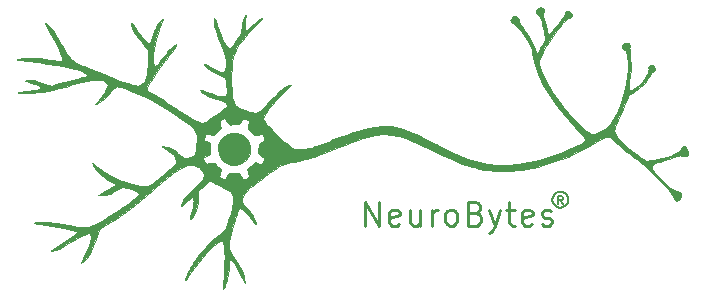
<source format=gbr>
G04 #@! TF.FileFunction,Soldermask,Top*
%FSLAX46Y46*%
G04 Gerber Fmt 4.6, Leading zero omitted, Abs format (unit mm)*
G04 Created by KiCad (PCBNEW 4.0.5-e0-6337~49~ubuntu14.04.1) date Mon May 15 20:50:12 2017*
%MOMM*%
%LPD*%
G01*
G04 APERTURE LIST*
%ADD10C,0.100000*%
%ADD11C,0.285000*%
%ADD12C,0.140000*%
%ADD13C,0.010000*%
G04 APERTURE END LIST*
D10*
D11*
X161142856Y-96504762D02*
X161142856Y-94504762D01*
X162285714Y-96504762D01*
X162285714Y-94504762D01*
X163999999Y-96409524D02*
X163809523Y-96504762D01*
X163428571Y-96504762D01*
X163238094Y-96409524D01*
X163142856Y-96219048D01*
X163142856Y-95457143D01*
X163238094Y-95266667D01*
X163428571Y-95171429D01*
X163809523Y-95171429D01*
X163999999Y-95266667D01*
X164095237Y-95457143D01*
X164095237Y-95647619D01*
X163142856Y-95838095D01*
X165809523Y-95171429D02*
X165809523Y-96504762D01*
X164952380Y-95171429D02*
X164952380Y-96219048D01*
X165047619Y-96409524D01*
X165238095Y-96504762D01*
X165523809Y-96504762D01*
X165714285Y-96409524D01*
X165809523Y-96314286D01*
X166761904Y-96504762D02*
X166761904Y-95171429D01*
X166761904Y-95552381D02*
X166857143Y-95361905D01*
X166952381Y-95266667D01*
X167142857Y-95171429D01*
X167333333Y-95171429D01*
X168285714Y-96504762D02*
X168095238Y-96409524D01*
X167999999Y-96314286D01*
X167904761Y-96123810D01*
X167904761Y-95552381D01*
X167999999Y-95361905D01*
X168095238Y-95266667D01*
X168285714Y-95171429D01*
X168571428Y-95171429D01*
X168761904Y-95266667D01*
X168857142Y-95361905D01*
X168952380Y-95552381D01*
X168952380Y-96123810D01*
X168857142Y-96314286D01*
X168761904Y-96409524D01*
X168571428Y-96504762D01*
X168285714Y-96504762D01*
X170476190Y-95457143D02*
X170761904Y-95552381D01*
X170857143Y-95647619D01*
X170952381Y-95838095D01*
X170952381Y-96123810D01*
X170857143Y-96314286D01*
X170761904Y-96409524D01*
X170571428Y-96504762D01*
X169809523Y-96504762D01*
X169809523Y-94504762D01*
X170476190Y-94504762D01*
X170666666Y-94600000D01*
X170761904Y-94695238D01*
X170857143Y-94885714D01*
X170857143Y-95076190D01*
X170761904Y-95266667D01*
X170666666Y-95361905D01*
X170476190Y-95457143D01*
X169809523Y-95457143D01*
X171619047Y-95171429D02*
X172095238Y-96504762D01*
X172571428Y-95171429D02*
X172095238Y-96504762D01*
X171904762Y-96980952D01*
X171809523Y-97076190D01*
X171619047Y-97171429D01*
X173047619Y-95171429D02*
X173809524Y-95171429D01*
X173333333Y-94504762D02*
X173333333Y-96219048D01*
X173428572Y-96409524D01*
X173619048Y-96504762D01*
X173809524Y-96504762D01*
X175238095Y-96409524D02*
X175047619Y-96504762D01*
X174666667Y-96504762D01*
X174476190Y-96409524D01*
X174380952Y-96219048D01*
X174380952Y-95457143D01*
X174476190Y-95266667D01*
X174666667Y-95171429D01*
X175047619Y-95171429D01*
X175238095Y-95266667D01*
X175333333Y-95457143D01*
X175333333Y-95647619D01*
X174380952Y-95838095D01*
X176095238Y-96409524D02*
X176285715Y-96504762D01*
X176666667Y-96504762D01*
X176857143Y-96409524D01*
X176952381Y-96219048D01*
X176952381Y-96123810D01*
X176857143Y-95933333D01*
X176666667Y-95838095D01*
X176380953Y-95838095D01*
X176190476Y-95742857D01*
X176095238Y-95552381D01*
X176095238Y-95457143D01*
X176190476Y-95266667D01*
X176380953Y-95171429D01*
X176666667Y-95171429D01*
X176857143Y-95266667D01*
D12*
X177888095Y-94659524D02*
X177650000Y-94373810D01*
X177459524Y-94659524D02*
X177459524Y-93992857D01*
X177745238Y-93992857D01*
X177840476Y-94040476D01*
X177888095Y-94135714D01*
X177888095Y-94230952D01*
X177840476Y-94326190D01*
X177745238Y-94373810D01*
X177459524Y-94373810D01*
X177650000Y-93659524D02*
X177411905Y-93707143D01*
X177173809Y-93850000D01*
X177030952Y-94088095D01*
X176983333Y-94326190D01*
X177030952Y-94564286D01*
X177173809Y-94802381D01*
X177411905Y-94945238D01*
X177650000Y-94992857D01*
X177888095Y-94945238D01*
X178126190Y-94802381D01*
X178269047Y-94564286D01*
X178316667Y-94326190D01*
X178269047Y-94088095D01*
X178126190Y-93850000D01*
X177888095Y-93707143D01*
X177650000Y-93659524D01*
D13*
G36*
X176067648Y-78046415D02*
X176216265Y-78112184D01*
X176274556Y-78221252D01*
X176245867Y-78380681D01*
X176236817Y-78403345D01*
X176207110Y-78487982D01*
X176192868Y-78577214D01*
X176196592Y-78686852D01*
X176220780Y-78832712D01*
X176267933Y-79030607D01*
X176340549Y-79296349D01*
X176423759Y-79586000D01*
X176507020Y-79876662D01*
X176571954Y-80084484D01*
X176630838Y-80210440D01*
X176695950Y-80255501D01*
X176779567Y-80220642D01*
X176893966Y-80106834D01*
X177051425Y-79915052D01*
X177259467Y-79652234D01*
X177508344Y-79338538D01*
X177699756Y-79093969D01*
X177840439Y-78908911D01*
X177937130Y-78773746D01*
X177996565Y-78678860D01*
X178025482Y-78614634D01*
X178030618Y-78571453D01*
X178027050Y-78556559D01*
X178029385Y-78461948D01*
X178050251Y-78404900D01*
X178134970Y-78337686D01*
X178268567Y-78316217D01*
X178409201Y-78340493D01*
X178510317Y-78404900D01*
X178606504Y-78562090D01*
X178631295Y-78714598D01*
X178589256Y-78839594D01*
X178484952Y-78914249D01*
X178406202Y-78925600D01*
X178306528Y-78951025D01*
X178182508Y-79031594D01*
X178027623Y-79173750D01*
X177835355Y-79383934D01*
X177599185Y-79668587D01*
X177403791Y-79916200D01*
X177017015Y-80432334D01*
X176675556Y-80925921D01*
X176385183Y-81387313D01*
X176151665Y-81806859D01*
X175980769Y-82174910D01*
X175884211Y-82458208D01*
X175846921Y-82620403D01*
X175837824Y-82746799D01*
X175858928Y-82881243D01*
X175912120Y-83067182D01*
X176097372Y-83565452D01*
X176357213Y-84111537D01*
X176683760Y-84693915D01*
X177069128Y-85301066D01*
X177505434Y-85921469D01*
X177984795Y-86543600D01*
X178499327Y-87155941D01*
X179041146Y-87746968D01*
X179284512Y-87995651D01*
X179565073Y-88270309D01*
X179792314Y-88475994D01*
X179979185Y-88620745D01*
X180138638Y-88712601D01*
X180283621Y-88759603D01*
X180427085Y-88769789D01*
X180518192Y-88761523D01*
X180793212Y-88685587D01*
X181096101Y-88537585D01*
X181403331Y-88333092D01*
X181691375Y-88087683D01*
X181927731Y-87828405D01*
X182196999Y-87430539D01*
X182449790Y-86949073D01*
X182681408Y-86401322D01*
X182887158Y-85804601D01*
X183062345Y-85176224D01*
X183202273Y-84533506D01*
X183302247Y-83893762D01*
X183357572Y-83274307D01*
X183363553Y-82692454D01*
X183356969Y-82557800D01*
X183331831Y-82230470D01*
X183299926Y-81990206D01*
X183256774Y-81822497D01*
X183197895Y-81712834D01*
X183118811Y-81646708D01*
X183069006Y-81624986D01*
X182926945Y-81536354D01*
X182868312Y-81413320D01*
X182891791Y-81277524D01*
X182996063Y-81150605D01*
X183101853Y-81085322D01*
X183249541Y-81030980D01*
X183362083Y-81035520D01*
X183405817Y-81052151D01*
X183469267Y-81089820D01*
X183503956Y-81147222D01*
X183517076Y-81250614D01*
X183515818Y-81426253D01*
X183515109Y-81451179D01*
X183516750Y-81636229D01*
X183528602Y-81889617D01*
X183548727Y-82178809D01*
X183575183Y-82471272D01*
X183576945Y-82488359D01*
X183605773Y-82784547D01*
X183621078Y-83014037D01*
X183622351Y-83210895D01*
X183609076Y-83409186D01*
X183580744Y-83642977D01*
X183557078Y-83809159D01*
X183504264Y-84176509D01*
X183466810Y-84456655D01*
X183444094Y-84662727D01*
X183435493Y-84807856D01*
X183440383Y-84905172D01*
X183458140Y-84967806D01*
X183488142Y-85008889D01*
X183499637Y-85019141D01*
X183572515Y-85060087D01*
X183659121Y-85048608D01*
X183746340Y-85010809D01*
X184000109Y-84859884D01*
X184268527Y-84652434D01*
X184514487Y-84419361D01*
X184657803Y-84251762D01*
X184806141Y-84036443D01*
X184938097Y-83809326D01*
X185043484Y-83592111D01*
X185112115Y-83406497D01*
X185133802Y-83274186D01*
X185129360Y-83247256D01*
X185122190Y-83102931D01*
X185187450Y-83000002D01*
X185301147Y-82947851D01*
X185439288Y-82955861D01*
X185577877Y-83033413D01*
X185606129Y-83060828D01*
X185696462Y-83205904D01*
X185694676Y-83336830D01*
X185604100Y-83436246D01*
X185528028Y-83468280D01*
X185440211Y-83508830D01*
X185355215Y-83586679D01*
X185257986Y-83719506D01*
X185133469Y-83924991D01*
X185121628Y-83945532D01*
X184799054Y-84419913D01*
X184418584Y-84815841D01*
X183968253Y-85145490D01*
X183904073Y-85184041D01*
X183714875Y-85299969D01*
X183553366Y-85407681D01*
X183444483Y-85490183D01*
X183419566Y-85514241D01*
X183365197Y-85606971D01*
X183296373Y-85763956D01*
X183227555Y-85952052D01*
X183224465Y-85961400D01*
X183159783Y-86138542D01*
X183062893Y-86379462D01*
X182945429Y-86656285D01*
X182819028Y-86941135D01*
X182779161Y-87028200D01*
X182582549Y-87460956D01*
X182430619Y-87811720D01*
X182320399Y-88088230D01*
X182248914Y-88298222D01*
X182213192Y-88449436D01*
X182207688Y-88515259D01*
X182248654Y-88668547D01*
X182364000Y-88868195D01*
X182543734Y-89103957D01*
X182777868Y-89365587D01*
X183056411Y-89642837D01*
X183369373Y-89925461D01*
X183706763Y-90203212D01*
X184058593Y-90465843D01*
X184213800Y-90572898D01*
X184483365Y-90750856D01*
X184686252Y-90876276D01*
X184837470Y-90957029D01*
X184952029Y-91000989D01*
X185044938Y-91016029D01*
X185059088Y-91016277D01*
X185281950Y-90999119D01*
X185576195Y-90952194D01*
X185918117Y-90881522D01*
X186284009Y-90793119D01*
X186650166Y-90693005D01*
X186992880Y-90587197D01*
X187288445Y-90481713D01*
X187468968Y-90404505D01*
X187640891Y-90316092D01*
X187744019Y-90239616D01*
X187804341Y-90150416D01*
X187839315Y-90053078D01*
X187922607Y-89874200D01*
X188034481Y-89781061D01*
X188165174Y-89780586D01*
X188201074Y-89796518D01*
X188326851Y-89910937D01*
X188412061Y-90078617D01*
X188450304Y-90267280D01*
X188435181Y-90444644D01*
X188360293Y-90578430D01*
X188356737Y-90581722D01*
X188286409Y-90632434D01*
X188206395Y-90646054D01*
X188080788Y-90625096D01*
X188004838Y-90606340D01*
X187880104Y-90577964D01*
X187776223Y-90569860D01*
X187664222Y-90586216D01*
X187515125Y-90631223D01*
X187303601Y-90707716D01*
X186840328Y-90872715D01*
X186448421Y-90996778D01*
X186109007Y-91085655D01*
X185956786Y-91117975D01*
X185687261Y-91194579D01*
X185510381Y-91303201D01*
X185421155Y-91447765D01*
X185407600Y-91549531D01*
X185416454Y-91626426D01*
X185449880Y-91709440D01*
X185518174Y-91812941D01*
X185631632Y-91951298D01*
X185800548Y-92138878D01*
X185928300Y-92276224D01*
X186296826Y-92663256D01*
X186608893Y-92975793D01*
X186870924Y-93219140D01*
X187089346Y-93398602D01*
X187270585Y-93519483D01*
X187421067Y-93587088D01*
X187540177Y-93606800D01*
X187716819Y-93637224D01*
X187812726Y-93699700D01*
X187887270Y-93850520D01*
X187885630Y-94028004D01*
X187815741Y-94201833D01*
X187685538Y-94341690D01*
X187636788Y-94372017D01*
X187508328Y-94390479D01*
X187383232Y-94323591D01*
X187281380Y-94186253D01*
X187239089Y-94073987D01*
X187210236Y-94004937D01*
X187151685Y-93912663D01*
X187057085Y-93789889D01*
X186920087Y-93629342D01*
X186734342Y-93423745D01*
X186493499Y-93165823D01*
X186191211Y-92848301D01*
X185954394Y-92601971D01*
X185613001Y-92248951D01*
X185329115Y-91958777D01*
X185090577Y-91720346D01*
X184885229Y-91522553D01*
X184700910Y-91354290D01*
X184525462Y-91204454D01*
X184346724Y-91061939D01*
X184152538Y-90915639D01*
X183934400Y-90757078D01*
X183525624Y-90458106D01*
X183160088Y-90180867D01*
X182845894Y-89931980D01*
X182591144Y-89718062D01*
X182403939Y-89545733D01*
X182292381Y-89421611D01*
X182283002Y-89408063D01*
X182193936Y-89305501D01*
X182060251Y-89185877D01*
X181994546Y-89135391D01*
X181757850Y-89010435D01*
X181522903Y-88984411D01*
X181280127Y-89057363D01*
X181140400Y-89139280D01*
X180244353Y-89699714D01*
X179280523Y-90216901D01*
X178273724Y-90679839D01*
X177248769Y-91077524D01*
X176230471Y-91398955D01*
X175780499Y-91515915D01*
X175281995Y-91629970D01*
X174834822Y-91716412D01*
X174406901Y-91779365D01*
X173966152Y-91822950D01*
X173480493Y-91851291D01*
X173063200Y-91865131D01*
X172516886Y-91871972D01*
X172043135Y-91860428D01*
X171614059Y-91827384D01*
X171201774Y-91769725D01*
X170778396Y-91684335D01*
X170316039Y-91568100D01*
X170254431Y-91551333D01*
X169955147Y-91465250D01*
X169658121Y-91370583D01*
X169351451Y-91262436D01*
X169023234Y-91135916D01*
X168661567Y-90986129D01*
X168254545Y-90808179D01*
X167790266Y-90597173D01*
X167256827Y-90348217D01*
X166789400Y-90126598D01*
X166204030Y-89849079D01*
X165699162Y-89613683D01*
X165264554Y-89416830D01*
X164889966Y-89254941D01*
X164565159Y-89124437D01*
X164279893Y-89021738D01*
X164023928Y-88943264D01*
X163787023Y-88885436D01*
X163558938Y-88844674D01*
X163329435Y-88817399D01*
X163088272Y-88800032D01*
X162979400Y-88794760D01*
X162713996Y-88788748D01*
X162456794Y-88796057D01*
X162197545Y-88819419D01*
X161925999Y-88861566D01*
X161631908Y-88925229D01*
X161305022Y-89013139D01*
X160935093Y-89128029D01*
X160511871Y-89272628D01*
X160025108Y-89449669D01*
X159464554Y-89661884D01*
X158890000Y-89884619D01*
X158484013Y-90041875D01*
X158074024Y-90198211D01*
X157678896Y-90346615D01*
X157317494Y-90480069D01*
X157008681Y-90591561D01*
X156771320Y-90674074D01*
X156731000Y-90687498D01*
X156474362Y-90770174D01*
X156244400Y-90839160D01*
X156018886Y-90899829D01*
X155775589Y-90957550D01*
X155492281Y-91017695D01*
X155146731Y-91085635D01*
X154853016Y-91141250D01*
X154584560Y-91203719D01*
X154320367Y-91292856D01*
X154046872Y-91416053D01*
X153750512Y-91580704D01*
X153417721Y-91794200D01*
X153034936Y-92063934D01*
X152691355Y-92319314D01*
X152407670Y-92532968D01*
X152136596Y-92735694D01*
X151893516Y-92916096D01*
X151693814Y-93062781D01*
X151552874Y-93164351D01*
X151513618Y-93191692D01*
X151314803Y-93352953D01*
X151121983Y-93554723D01*
X150948281Y-93777480D01*
X150806815Y-94001701D01*
X150710706Y-94207864D01*
X150673074Y-94376448D01*
X150678555Y-94434220D01*
X150724670Y-94521426D01*
X150825635Y-94661722D01*
X150965978Y-94834873D01*
X151110604Y-94999271D01*
X151290335Y-95207111D01*
X151460250Y-95423050D01*
X151597874Y-95617513D01*
X151664861Y-95728590D01*
X151754500Y-95913233D01*
X151829002Y-96094316D01*
X151881056Y-96249945D01*
X151903349Y-96358227D01*
X151888567Y-96397268D01*
X151888205Y-96397235D01*
X151844229Y-96359014D01*
X151749994Y-96257720D01*
X151619530Y-96108953D01*
X151473200Y-95935916D01*
X151264971Y-95694030D01*
X151058571Y-95469074D01*
X150865459Y-95272050D01*
X150697098Y-95113958D01*
X150564948Y-95005800D01*
X150480470Y-94958578D01*
X150458779Y-94962207D01*
X150432031Y-95024049D01*
X150383901Y-95164322D01*
X150320669Y-95363697D01*
X150248617Y-95602844D01*
X150230655Y-95664200D01*
X150140457Y-95963742D01*
X150040226Y-96280039D01*
X149942676Y-96573800D01*
X149866323Y-96790124D01*
X149739202Y-97161868D01*
X149656115Y-97481087D01*
X149610019Y-97783084D01*
X149593874Y-98103163D01*
X149593600Y-98157483D01*
X149593600Y-98528699D01*
X150055096Y-99221123D01*
X150322887Y-99633688D01*
X150531465Y-99981508D01*
X150686975Y-100277626D01*
X150795561Y-100535085D01*
X150863366Y-100766930D01*
X150896534Y-100986203D01*
X150898421Y-101011431D01*
X150921457Y-101353800D01*
X150595494Y-100744200D01*
X150363204Y-100315760D01*
X150170227Y-99973601D01*
X150012838Y-99711966D01*
X149887313Y-99525102D01*
X149789929Y-99407252D01*
X149716960Y-99352662D01*
X149691500Y-99347200D01*
X149669410Y-99393683D01*
X149645112Y-99516355D01*
X149623423Y-99690048D01*
X149621006Y-99715500D01*
X149568497Y-100171653D01*
X149496452Y-100627471D01*
X149410798Y-101050362D01*
X149317462Y-101407733D01*
X149307287Y-101440671D01*
X149230136Y-101664679D01*
X149166317Y-101809425D01*
X149119711Y-101870897D01*
X149094197Y-101845082D01*
X149093654Y-101727967D01*
X149101433Y-101653571D01*
X149132509Y-101352136D01*
X149161236Y-100978193D01*
X149186431Y-100558660D01*
X149206912Y-100120459D01*
X149221498Y-99690509D01*
X149229007Y-99295731D01*
X149228257Y-98963045D01*
X149224915Y-98840919D01*
X149205343Y-98470544D01*
X149175800Y-98193366D01*
X149131502Y-98001111D01*
X149067664Y-97885511D01*
X148979502Y-97838291D01*
X148862233Y-97851182D01*
X148711073Y-97915912D01*
X148694828Y-97924430D01*
X148505440Y-98052140D01*
X148269183Y-98255960D01*
X147994314Y-98526657D01*
X147689090Y-98854996D01*
X147361769Y-99231745D01*
X147020609Y-99647669D01*
X146673867Y-100093535D01*
X146329801Y-100560110D01*
X146298086Y-100604431D01*
X146153376Y-100804587D01*
X146027662Y-100973618D01*
X145933712Y-101094691D01*
X145884297Y-101150974D01*
X145882495Y-101152271D01*
X145863488Y-101136814D01*
X145887454Y-101046936D01*
X145947481Y-100896727D01*
X146036659Y-100700277D01*
X146148076Y-100471674D01*
X146274819Y-100225010D01*
X146409980Y-99974374D01*
X146546644Y-99733855D01*
X146677903Y-99517543D01*
X146705628Y-99474200D01*
X146991824Y-99057386D01*
X147293258Y-98673418D01*
X147626394Y-98304737D01*
X148007698Y-97933782D01*
X148453634Y-97542993D01*
X148730249Y-97314997D01*
X148963544Y-97120974D01*
X149130035Y-96968086D01*
X149246001Y-96838992D01*
X149327722Y-96716348D01*
X149368983Y-96634515D01*
X149449061Y-96433399D01*
X149542162Y-96158391D01*
X149640947Y-95835139D01*
X149738076Y-95489289D01*
X149826210Y-95146488D01*
X149898012Y-94832383D01*
X149927754Y-94681845D01*
X149970831Y-94345144D01*
X149958808Y-94068007D01*
X149883380Y-93837148D01*
X149736240Y-93639278D01*
X149509083Y-93461110D01*
X149193606Y-93289358D01*
X149003518Y-93203193D01*
X148768377Y-93098431D01*
X148542973Y-92992932D01*
X148359452Y-92901974D01*
X148281478Y-92859973D01*
X148080296Y-92771768D01*
X147937402Y-92765365D01*
X147852803Y-92812144D01*
X147718128Y-92913734D01*
X147553755Y-93051742D01*
X147380064Y-93207776D01*
X147217433Y-93363444D01*
X147086242Y-93500354D01*
X147006870Y-93600113D01*
X147000682Y-93610756D01*
X146981773Y-93707753D01*
X146981418Y-93872352D01*
X146995268Y-94035131D01*
X147009409Y-94503404D01*
X146932527Y-94935923D01*
X146828279Y-95214108D01*
X146747642Y-95368594D01*
X146644981Y-95535826D01*
X146535031Y-95695534D01*
X146432525Y-95827447D01*
X146352197Y-95911296D01*
X146309587Y-95927721D01*
X146313337Y-95872803D01*
X146341335Y-95743622D01*
X146388294Y-95563123D01*
X146416720Y-95462569D01*
X146526290Y-95045441D01*
X146593241Y-94699839D01*
X146617399Y-94430109D01*
X146598592Y-94240596D01*
X146536650Y-94135646D01*
X146470100Y-94114800D01*
X146403228Y-94148240D01*
X146282934Y-94238727D01*
X146127681Y-94371507D01*
X145993298Y-94495800D01*
X145827868Y-94650632D01*
X145688376Y-94775187D01*
X145591478Y-94854963D01*
X145555705Y-94876800D01*
X145529185Y-94836989D01*
X145546085Y-94733470D01*
X145598321Y-94590116D01*
X145677811Y-94430799D01*
X145741414Y-94328301D01*
X145833348Y-94210731D01*
X145981918Y-94040796D01*
X146170557Y-93836590D01*
X146382700Y-93616205D01*
X146518340Y-93479800D01*
X146825868Y-93171731D01*
X147065281Y-92922410D01*
X147242700Y-92721222D01*
X147364247Y-92557551D01*
X147436045Y-92420781D01*
X147464215Y-92300297D01*
X147454880Y-92185482D01*
X147414161Y-92065722D01*
X147378135Y-91988925D01*
X147232750Y-91767442D01*
X147028757Y-91592002D01*
X146996038Y-91570460D01*
X146799089Y-91465476D01*
X146594748Y-91403128D01*
X146376948Y-91386396D01*
X146139620Y-91418263D01*
X145876698Y-91501710D01*
X145582114Y-91639717D01*
X145249800Y-91835267D01*
X144873688Y-92091341D01*
X144447712Y-92410921D01*
X143965803Y-92796987D01*
X143421894Y-93252522D01*
X143218317Y-93426721D01*
X142660813Y-93903792D01*
X142168659Y-94319669D01*
X141732180Y-94681670D01*
X141341699Y-94997112D01*
X140987542Y-95273313D01*
X140660034Y-95517589D01*
X140349498Y-95737259D01*
X140046260Y-95939640D01*
X139740643Y-96132049D01*
X139422974Y-96321804D01*
X139283892Y-96402320D01*
X139039539Y-96545697D01*
X138855675Y-96667674D01*
X138717412Y-96787663D01*
X138609861Y-96925078D01*
X138518135Y-97099330D01*
X138427345Y-97329832D01*
X138322603Y-97635995D01*
X138311028Y-97670800D01*
X138115854Y-98209535D01*
X137915809Y-98667870D01*
X137713708Y-99040658D01*
X137512366Y-99322754D01*
X137314600Y-99509013D01*
X137299413Y-99519357D01*
X137176177Y-99597524D01*
X137091178Y-99645177D01*
X137072504Y-99652000D01*
X137084065Y-99609572D01*
X137134346Y-99493391D01*
X137215712Y-99320111D01*
X137320524Y-99106388D01*
X137346220Y-99055100D01*
X137559424Y-98609963D01*
X137716179Y-98232360D01*
X137821476Y-97908906D01*
X137880303Y-97626214D01*
X137881160Y-97620000D01*
X137885195Y-97402893D01*
X137835522Y-97245239D01*
X137738627Y-97160354D01*
X137652470Y-97150607D01*
X137521519Y-97188302D01*
X137316769Y-97278593D01*
X137048016Y-97416325D01*
X136725052Y-97596347D01*
X136357673Y-97813505D01*
X136146749Y-97942856D01*
X135899060Y-98094437D01*
X135657545Y-98238489D01*
X135447206Y-98360341D01*
X135293044Y-98445321D01*
X135272399Y-98455970D01*
X135118566Y-98521766D01*
X134945141Y-98578014D01*
X134777966Y-98618875D01*
X134642883Y-98638511D01*
X134565733Y-98631081D01*
X134556800Y-98617652D01*
X134597383Y-98581558D01*
X134710855Y-98498856D01*
X134884794Y-98378123D01*
X135106781Y-98227934D01*
X135364395Y-98056864D01*
X135458500Y-97995070D01*
X135849812Y-97737106D01*
X136161009Y-97527811D01*
X136398463Y-97362534D01*
X136568545Y-97236627D01*
X136677626Y-97145441D01*
X136732077Y-97084326D01*
X136741200Y-97059082D01*
X136691739Y-97011172D01*
X136547498Y-96953506D01*
X136314692Y-96887418D01*
X135999533Y-96814241D01*
X135608236Y-96735309D01*
X135147013Y-96651955D01*
X134622079Y-96565512D01*
X134039646Y-96477314D01*
X134009964Y-96473003D01*
X133633835Y-96415573D01*
X133357990Y-96366457D01*
X133181517Y-96324916D01*
X133103504Y-96290216D01*
X133123039Y-96261619D01*
X133239209Y-96238390D01*
X133451102Y-96219790D01*
X133681815Y-96208041D01*
X133935309Y-96202067D01*
X134184772Y-96206923D01*
X134446720Y-96224516D01*
X134737671Y-96256753D01*
X135074142Y-96305542D01*
X135472652Y-96372788D01*
X135949718Y-96460399D01*
X136077321Y-96484589D01*
X136403009Y-96543277D01*
X136722432Y-96594848D01*
X137011167Y-96635793D01*
X137244792Y-96662598D01*
X137377823Y-96671559D01*
X137533963Y-96672788D01*
X137660714Y-96663084D01*
X137782846Y-96635113D01*
X137925128Y-96581537D01*
X138112331Y-96495019D01*
X138321101Y-96392175D01*
X138683588Y-96202670D01*
X139072440Y-95983064D01*
X139476460Y-95741097D01*
X139884452Y-95484510D01*
X140285216Y-95221041D01*
X140667557Y-94958430D01*
X141020277Y-94704417D01*
X141332177Y-94466742D01*
X141592062Y-94253144D01*
X141788734Y-94071363D01*
X141910994Y-93929138D01*
X141930379Y-93897437D01*
X141957095Y-93813372D01*
X141919762Y-93738742D01*
X141853343Y-93675914D01*
X141743451Y-93609471D01*
X141563064Y-93528848D01*
X141340431Y-93443781D01*
X141103802Y-93364007D01*
X140881427Y-93299264D01*
X140701556Y-93259289D01*
X140621147Y-93251200D01*
X140520466Y-93276695D01*
X140361469Y-93344985D01*
X140171210Y-93443778D01*
X140075654Y-93499066D01*
X139871721Y-93619615D01*
X139679932Y-93730028D01*
X139531178Y-93812628D01*
X139489299Y-93834604D01*
X139374272Y-93874389D01*
X139208851Y-93909578D01*
X139018595Y-93937617D01*
X138829065Y-93955950D01*
X138665817Y-93962021D01*
X138554412Y-93953277D01*
X138519552Y-93931558D01*
X138562314Y-93893662D01*
X138680251Y-93818210D01*
X138858212Y-93714166D01*
X139081047Y-93590492D01*
X139240178Y-93505200D01*
X139485195Y-93373066D01*
X139696448Y-93254338D01*
X139858361Y-93158152D01*
X139955360Y-93093649D01*
X139976125Y-93073400D01*
X139941134Y-93029389D01*
X139834272Y-92947284D01*
X139672176Y-92838879D01*
X139474587Y-92717800D01*
X139023184Y-92425833D01*
X138661700Y-92132612D01*
X138378850Y-91827961D01*
X138202843Y-91571277D01*
X138113997Y-91413354D01*
X138054147Y-91292143D01*
X138034649Y-91230935D01*
X138035764Y-91228502D01*
X138081442Y-91248500D01*
X138180267Y-91322198D01*
X138311215Y-91433860D01*
X138316611Y-91438702D01*
X138922172Y-91920148D01*
X139588593Y-92328830D01*
X140321624Y-92667705D01*
X141127011Y-92939732D01*
X141352151Y-93000694D01*
X141741679Y-93089233D01*
X142075366Y-93137062D01*
X142350043Y-93149600D01*
X142563802Y-93143450D01*
X142743210Y-93118724D01*
X142907483Y-93066005D01*
X143075842Y-92975877D01*
X143267505Y-92838924D01*
X143501690Y-92645730D01*
X143661093Y-92507252D01*
X143909156Y-92291772D01*
X144192824Y-92048757D01*
X144469265Y-91814771D01*
X144614294Y-91693548D01*
X144822754Y-91512069D01*
X144991409Y-91348756D01*
X145105199Y-91218960D01*
X145145919Y-91151614D01*
X145154201Y-90979662D01*
X145073767Y-90782034D01*
X145064078Y-90769180D01*
X147417814Y-90769180D01*
X147523796Y-91024202D01*
X147588712Y-91170310D01*
X147641397Y-91241895D01*
X147705853Y-91259356D01*
X147786189Y-91247213D01*
X148025196Y-91200453D01*
X148191839Y-91180641D01*
X148313216Y-91193974D01*
X148416422Y-91246648D01*
X148528552Y-91344861D01*
X148621126Y-91438167D01*
X148893252Y-91715983D01*
X148815776Y-92055637D01*
X148738301Y-92395291D01*
X148950050Y-92489457D01*
X149089932Y-92547280D01*
X149194169Y-92582589D01*
X149217706Y-92587211D01*
X149272492Y-92549241D01*
X149357030Y-92447192D01*
X149431508Y-92336800D01*
X149589403Y-92082800D01*
X150036001Y-92083808D01*
X150482600Y-92084816D01*
X150632799Y-92337808D01*
X150719470Y-92474147D01*
X150788824Y-92565997D01*
X150819087Y-92590800D01*
X150883059Y-92572270D01*
X151006447Y-92524973D01*
X151091506Y-92489497D01*
X151236595Y-92417112D01*
X151299419Y-92354361D01*
X151300805Y-92298997D01*
X151273432Y-92195775D01*
X151236824Y-92042587D01*
X151222932Y-91981200D01*
X151172088Y-91752600D01*
X151470122Y-91453229D01*
X151768156Y-91153859D01*
X151998773Y-91211929D01*
X152203055Y-91257412D01*
X152335169Y-91264088D01*
X152419429Y-91224993D01*
X152480145Y-91133164D01*
X152509084Y-91065771D01*
X152559632Y-90928602D01*
X152588330Y-90829716D01*
X152590800Y-90811302D01*
X152550793Y-90759704D01*
X152447178Y-90677712D01*
X152336800Y-90604773D01*
X152216133Y-90527247D01*
X152138137Y-90457168D01*
X152096213Y-90372104D01*
X152083766Y-90249619D01*
X152094196Y-90067282D01*
X152115670Y-89852815D01*
X152137624Y-89677793D01*
X152170342Y-89570310D01*
X152233103Y-89496661D01*
X152345184Y-89423142D01*
X152369670Y-89408736D01*
X152496873Y-89322248D01*
X152576816Y-89244922D01*
X152590800Y-89213976D01*
X152573258Y-89137894D01*
X152530867Y-89011213D01*
X152478980Y-88875185D01*
X152432946Y-88771064D01*
X152415004Y-88741576D01*
X152363111Y-88745149D01*
X152239641Y-88767918D01*
X152077443Y-88803563D01*
X151752600Y-88879373D01*
X151468021Y-88597820D01*
X151183443Y-88316266D01*
X151251327Y-88027833D01*
X151288381Y-87861775D01*
X151313369Y-87733337D01*
X151320006Y-87682801D01*
X151277746Y-87637247D01*
X151172910Y-87576764D01*
X151039800Y-87517044D01*
X150912717Y-87473779D01*
X150836501Y-87461605D01*
X150784460Y-87502531D01*
X150704442Y-87605642D01*
X150649654Y-87690205D01*
X150556664Y-87827682D01*
X150475565Y-87895660D01*
X150375794Y-87916944D01*
X150344854Y-87917641D01*
X150192433Y-87924205D01*
X150000212Y-87940287D01*
X149915936Y-87949544D01*
X149654073Y-87981006D01*
X149467240Y-87699616D01*
X149280408Y-87418226D01*
X149056063Y-87494668D01*
X148916436Y-87549405D01*
X148822053Y-87599677D01*
X148803596Y-87616613D01*
X148797959Y-87687153D01*
X148811604Y-87824778D01*
X148836269Y-87971135D01*
X148897065Y-88280154D01*
X148623032Y-88559783D01*
X148496744Y-88687568D01*
X148400771Y-88768399D01*
X148308545Y-88808600D01*
X148193497Y-88814497D01*
X148029058Y-88792415D01*
X147811789Y-88752913D01*
X147699629Y-88738118D01*
X147633798Y-88761506D01*
X147583901Y-88844673D01*
X147545089Y-88942394D01*
X147494636Y-89080600D01*
X147464131Y-89175929D01*
X147460000Y-89196302D01*
X147499295Y-89238086D01*
X147601233Y-89314783D01*
X147714000Y-89390400D01*
X147968000Y-89553391D01*
X147968000Y-90435733D01*
X147692907Y-90602456D01*
X147417814Y-90769180D01*
X145064078Y-90769180D01*
X144911664Y-90566996D01*
X144674941Y-90342814D01*
X144370643Y-90117752D01*
X144145300Y-89978006D01*
X144012432Y-89896502D01*
X143924790Y-89834339D01*
X143904000Y-89811604D01*
X143948409Y-89798305D01*
X144064540Y-89809003D01*
X144226746Y-89838679D01*
X144409380Y-89882313D01*
X144586796Y-89934884D01*
X144653060Y-89958224D01*
X144864346Y-90064353D01*
X145093300Y-90223117D01*
X145213856Y-90325175D01*
X145418886Y-90508754D01*
X145573589Y-90632478D01*
X145699843Y-90707967D01*
X145819529Y-90746842D01*
X145954527Y-90760722D01*
X146036203Y-90761921D01*
X146305981Y-90732818D01*
X146529775Y-90651726D01*
X146686847Y-90527732D01*
X146731732Y-90457200D01*
X146761889Y-90348305D01*
X146792849Y-90162607D01*
X146822460Y-89924858D01*
X146848566Y-89659810D01*
X146869015Y-89392218D01*
X146881654Y-89146835D01*
X146884327Y-88948412D01*
X146874883Y-88821704D01*
X146874283Y-88818761D01*
X146828826Y-88657635D01*
X146757693Y-88505971D01*
X146651272Y-88353800D01*
X146499954Y-88191154D01*
X146294129Y-88008067D01*
X146024185Y-87794572D01*
X145680513Y-87540699D01*
X145555000Y-87450452D01*
X144587673Y-86799363D01*
X143574318Y-86199891D01*
X142710200Y-85745336D01*
X142293542Y-85543021D01*
X141879316Y-85353081D01*
X141479476Y-85180112D01*
X141105975Y-85028709D01*
X140770769Y-84903469D01*
X140485812Y-84808987D01*
X140263057Y-84749859D01*
X140114460Y-84730682D01*
X140081037Y-84734539D01*
X140007227Y-84780604D01*
X139880036Y-84888550D01*
X139714121Y-85044801D01*
X139524136Y-85235781D01*
X139407131Y-85358780D01*
X139068528Y-85705999D01*
X138783286Y-85966815D01*
X138551418Y-86141220D01*
X138372933Y-86229204D01*
X138301472Y-86240800D01*
X138278152Y-86219340D01*
X138313286Y-86150309D01*
X138411847Y-86026728D01*
X138578807Y-85841621D01*
X138609019Y-85809227D01*
X138869097Y-85509053D01*
X139079272Y-85221025D01*
X139231152Y-84958916D01*
X139316345Y-84736495D01*
X139332000Y-84622768D01*
X139285677Y-84447807D01*
X139146846Y-84314580D01*
X138915714Y-84223270D01*
X138865725Y-84211599D01*
X138643560Y-84173807D01*
X138416326Y-84157914D01*
X138170267Y-84165887D01*
X137891622Y-84199693D01*
X137566633Y-84261298D01*
X137181541Y-84352668D01*
X136722588Y-84475771D01*
X136423260Y-84560720D01*
X135772225Y-84744167D01*
X135201652Y-84895271D01*
X134696613Y-85016658D01*
X134242177Y-85110956D01*
X133823416Y-85180792D01*
X133425401Y-85228795D01*
X133033203Y-85257592D01*
X132631892Y-85269809D01*
X132391280Y-85270349D01*
X132092470Y-85266538D01*
X131887088Y-85259080D01*
X131776259Y-85247192D01*
X131761109Y-85230095D01*
X131842763Y-85207005D01*
X132022348Y-85177143D01*
X132300988Y-85139727D01*
X132638375Y-85098831D01*
X132907615Y-85064659D01*
X133152640Y-85028942D01*
X133349528Y-84995486D01*
X133474361Y-84968097D01*
X133489275Y-84963440D01*
X133611829Y-84895581D01*
X133638367Y-84813795D01*
X133573078Y-84720933D01*
X133420151Y-84619847D01*
X133183775Y-84513388D01*
X132868140Y-84404409D01*
X132526976Y-84308385D01*
X132395209Y-84270083D01*
X132349793Y-84240203D01*
X132377390Y-84207553D01*
X132394660Y-84197351D01*
X132539649Y-84163147D01*
X132764142Y-84172874D01*
X133056978Y-84224608D01*
X133406998Y-84316424D01*
X133769506Y-84434492D01*
X134019206Y-84519841D01*
X134242059Y-84591006D01*
X134416840Y-84641562D01*
X134522325Y-84665087D01*
X134534559Y-84666000D01*
X134613244Y-84652066D01*
X134773778Y-84613023D01*
X135000712Y-84553012D01*
X135278594Y-84476172D01*
X135591975Y-84386641D01*
X135755687Y-84338840D01*
X136098069Y-84239883D01*
X136428665Y-84147498D01*
X136727923Y-84066909D01*
X136976290Y-84003339D01*
X137154216Y-83962013D01*
X137198400Y-83953384D01*
X137439961Y-83901250D01*
X137582305Y-83844122D01*
X137625924Y-83776607D01*
X137571311Y-83693317D01*
X137418957Y-83588859D01*
X137240399Y-83493157D01*
X136968713Y-83380100D01*
X136599113Y-83265040D01*
X136135251Y-83148681D01*
X135580775Y-83031731D01*
X134939336Y-82914896D01*
X134214586Y-82798881D01*
X133410173Y-82684393D01*
X132529749Y-82572139D01*
X132397800Y-82556304D01*
X132063725Y-82514661D01*
X131828362Y-82479868D01*
X131689217Y-82449827D01*
X131643794Y-82422442D01*
X131689600Y-82395613D01*
X131824142Y-82367242D01*
X132044924Y-82335233D01*
X132123049Y-82325182D01*
X132510260Y-82297793D01*
X132972086Y-82301606D01*
X133486762Y-82335673D01*
X134032524Y-82399045D01*
X134125000Y-82412393D01*
X134387226Y-82451349D01*
X134654770Y-82491151D01*
X134883927Y-82525294D01*
X134958408Y-82536411D01*
X135193954Y-82565323D01*
X135346320Y-82562374D01*
X135431083Y-82519573D01*
X135463820Y-82428930D01*
X135460107Y-82282455D01*
X135459797Y-82279206D01*
X135419631Y-82105129D01*
X135328405Y-81857699D01*
X135191491Y-81548055D01*
X135014258Y-81187332D01*
X134802078Y-80786666D01*
X134560323Y-80357193D01*
X134407500Y-80097332D01*
X134269682Y-79862819D01*
X134154823Y-79660034D01*
X134071260Y-79504296D01*
X134027327Y-79410926D01*
X134023381Y-79391285D01*
X134083060Y-79397295D01*
X134190165Y-79463307D01*
X134325293Y-79572791D01*
X134469042Y-79709220D01*
X134602013Y-79856066D01*
X134666030Y-79938768D01*
X134759423Y-80077721D01*
X134889874Y-80283680D01*
X135044250Y-80535314D01*
X135209418Y-80811291D01*
X135330129Y-81017372D01*
X135604126Y-81479097D01*
X135844543Y-81857856D01*
X136059939Y-82163132D01*
X136258873Y-82404408D01*
X136449904Y-82591169D01*
X136641591Y-82732896D01*
X136842493Y-82839074D01*
X137040903Y-82912910D01*
X137172664Y-82959573D01*
X137379208Y-83039133D01*
X137642061Y-83144175D01*
X137942746Y-83267285D01*
X138262790Y-83401044D01*
X138366800Y-83445109D01*
X139002243Y-83710500D01*
X139594722Y-83948469D01*
X140137343Y-84156613D01*
X140623216Y-84332526D01*
X141045448Y-84473805D01*
X141397148Y-84578045D01*
X141671425Y-84642843D01*
X141861385Y-84665793D01*
X141865850Y-84665810D01*
X142105557Y-84618257D01*
X142308414Y-84478914D01*
X142470928Y-84251959D01*
X142589605Y-83941570D01*
X142632889Y-83748280D01*
X142658256Y-83573580D01*
X142686449Y-83325401D01*
X142715082Y-83031730D01*
X142741772Y-82720553D01*
X142764134Y-82419859D01*
X142779783Y-82157633D01*
X142786336Y-81961864D01*
X142786400Y-81946411D01*
X142780775Y-81857097D01*
X142758812Y-81767287D01*
X142712880Y-81665161D01*
X142635347Y-81538900D01*
X142518582Y-81376684D01*
X142354952Y-81166692D01*
X142136827Y-80897106D01*
X142005437Y-80736873D01*
X141719390Y-80357673D01*
X141501897Y-80001837D01*
X141360050Y-79681713D01*
X141321213Y-79545692D01*
X141298445Y-79396633D01*
X141316064Y-79339433D01*
X141371827Y-79375467D01*
X141441981Y-79471700D01*
X141622284Y-79738092D01*
X141822177Y-80009026D01*
X142031325Y-80272991D01*
X142239394Y-80518475D01*
X142436049Y-80733969D01*
X142610955Y-80907960D01*
X142753777Y-81028938D01*
X142854181Y-81085391D01*
X142889323Y-81083782D01*
X142919626Y-81028082D01*
X142969881Y-80897970D01*
X143031503Y-80716545D01*
X143063351Y-80615569D01*
X143155474Y-80345702D01*
X143271097Y-80047709D01*
X143386892Y-79781337D01*
X143399196Y-79755368D01*
X143504676Y-79556518D01*
X143623294Y-79366158D01*
X143742855Y-79199760D01*
X143851162Y-79072795D01*
X143936019Y-79000734D01*
X143985231Y-78999049D01*
X143989189Y-79006913D01*
X143980448Y-79074002D01*
X143942028Y-79215506D01*
X143880090Y-79410768D01*
X143800794Y-79639136D01*
X143799791Y-79641913D01*
X143597141Y-80219231D01*
X143435936Y-80717854D01*
X143313312Y-81150518D01*
X143226403Y-81529955D01*
X143172345Y-81868901D01*
X143148272Y-82180089D01*
X143151320Y-82476254D01*
X143153561Y-82514343D01*
X143177701Y-82747200D01*
X143218814Y-82901627D01*
X143282228Y-82976207D01*
X143373273Y-82969525D01*
X143497277Y-82880165D01*
X143659569Y-82706710D01*
X143865479Y-82447745D01*
X143979800Y-82294785D01*
X144151107Y-82067370D01*
X144315539Y-81857884D01*
X144457301Y-81685858D01*
X144560598Y-81570820D01*
X144582400Y-81549730D01*
X144708086Y-81445489D01*
X144855619Y-81336269D01*
X144997962Y-81240513D01*
X145108073Y-81176664D01*
X145152608Y-81160800D01*
X145160335Y-81182670D01*
X145128034Y-81251869D01*
X145052006Y-81373774D01*
X144928551Y-81553766D01*
X144753970Y-81797223D01*
X144524564Y-82109525D01*
X144236634Y-82496052D01*
X144208908Y-82533082D01*
X143795171Y-83092134D01*
X143447100Y-83577106D01*
X143163295Y-83990240D01*
X142942360Y-84333781D01*
X142782898Y-84609971D01*
X142683512Y-84821054D01*
X142642804Y-84969274D01*
X142648872Y-85037883D01*
X142705396Y-85095017D01*
X142829512Y-85179411D01*
X142996935Y-85274951D01*
X143039477Y-85297044D01*
X143208573Y-85385722D01*
X143384794Y-85483895D01*
X143578792Y-85598281D01*
X143801220Y-85735597D01*
X144062730Y-85902560D01*
X144373975Y-86105890D01*
X144745607Y-86352302D01*
X145188280Y-86648515D01*
X145276228Y-86707574D01*
X145726450Y-87006628D01*
X146104391Y-87249603D01*
X146418992Y-87441456D01*
X146679193Y-87587144D01*
X146893937Y-87691625D01*
X147072164Y-87759855D01*
X147222816Y-87796793D01*
X147247441Y-87800467D01*
X147371257Y-87804385D01*
X147502370Y-87777768D01*
X147655531Y-87713388D01*
X147845489Y-87604020D01*
X148086993Y-87442438D01*
X148324140Y-87272962D01*
X148546579Y-87111373D01*
X148782855Y-86939941D01*
X148991680Y-86788618D01*
X149046701Y-86748800D01*
X149267647Y-86569753D01*
X149395190Y-86417041D01*
X149432171Y-86284437D01*
X149381430Y-86165718D01*
X149334349Y-86118246D01*
X149240630Y-86063214D01*
X149070609Y-85987342D01*
X148845260Y-85899111D01*
X148585559Y-85807002D01*
X148470758Y-85769030D01*
X148019290Y-85611434D01*
X147666813Y-85462475D01*
X147411187Y-85321058D01*
X147250269Y-85186088D01*
X147205496Y-85122258D01*
X147166869Y-85033747D01*
X147163784Y-84998141D01*
X147214786Y-85009715D01*
X147339857Y-85052473D01*
X147518974Y-85119265D01*
X147688600Y-85185546D01*
X148043585Y-85317779D01*
X148387267Y-85429144D01*
X148698602Y-85513816D01*
X148956549Y-85565974D01*
X149115497Y-85580400D01*
X149246728Y-85569710D01*
X149335487Y-85527385D01*
X149388483Y-85438036D01*
X149412427Y-85286278D01*
X149414029Y-85056725D01*
X149408568Y-84908405D01*
X149392383Y-84579960D01*
X149370315Y-84335209D01*
X149331995Y-84156343D01*
X149267053Y-84025554D01*
X149165119Y-83925035D01*
X149015823Y-83836977D01*
X148808796Y-83743573D01*
X148704600Y-83699505D01*
X148311676Y-83518937D01*
X147986928Y-83338537D01*
X147740545Y-83164692D01*
X147582718Y-83003788D01*
X147573467Y-82990549D01*
X147503548Y-82864609D01*
X147507352Y-82806508D01*
X147582438Y-82816844D01*
X147726362Y-82896217D01*
X147788742Y-82937797D01*
X147952347Y-83039849D01*
X148164522Y-83158194D01*
X148380872Y-83268132D01*
X148392272Y-83273569D01*
X148705360Y-83409359D01*
X148945798Y-83480837D01*
X149121426Y-83485692D01*
X149240084Y-83421615D01*
X149309610Y-83286295D01*
X149337843Y-83077422D01*
X149339437Y-82994426D01*
X149316874Y-82568792D01*
X149246110Y-82139192D01*
X149121911Y-81683773D01*
X148939041Y-81180684D01*
X148857543Y-80983000D01*
X148697217Y-80597626D01*
X148574861Y-80285098D01*
X148484744Y-80026538D01*
X148421139Y-79803071D01*
X148378316Y-79595819D01*
X148350547Y-79385904D01*
X148341086Y-79281200D01*
X148329939Y-79085792D01*
X148336069Y-78979861D01*
X148361239Y-78965117D01*
X148407213Y-79043268D01*
X148475753Y-79216026D01*
X148568623Y-79485098D01*
X148576813Y-79509800D01*
X148728827Y-79940900D01*
X148887823Y-80340443D01*
X149048375Y-80698190D01*
X149205053Y-81003902D01*
X149352429Y-81247341D01*
X149485077Y-81418268D01*
X149597567Y-81506444D01*
X149640624Y-81516400D01*
X149707886Y-81495299D01*
X149793043Y-81426015D01*
X149903612Y-81299572D01*
X150047109Y-81106995D01*
X150231051Y-80839310D01*
X150321334Y-80703600D01*
X150454487Y-80496723D01*
X150543095Y-80336435D01*
X150601174Y-80186300D01*
X150642740Y-80009883D01*
X150681810Y-79770746D01*
X150682853Y-79763800D01*
X150740602Y-79423679D01*
X150803363Y-79132140D01*
X150867383Y-78902974D01*
X150928914Y-78749972D01*
X150974537Y-78691228D01*
X151005706Y-78700181D01*
X151011873Y-78788565D01*
X150998719Y-78930346D01*
X150964215Y-79243549D01*
X150939773Y-79525219D01*
X150926126Y-79760117D01*
X150924013Y-79933006D01*
X150934167Y-80028646D01*
X150945005Y-80042807D01*
X150998183Y-80010601D01*
X151110628Y-79922919D01*
X151266485Y-79792687D01*
X151449899Y-79632833D01*
X151473012Y-79612270D01*
X151681265Y-79434235D01*
X151889057Y-79269925D01*
X152082203Y-79128991D01*
X152246522Y-79021087D01*
X152367828Y-78955866D01*
X152431939Y-78942981D01*
X152438400Y-78955250D01*
X152404384Y-79000393D01*
X152309069Y-79107046D01*
X152162548Y-79264433D01*
X151974917Y-79461778D01*
X151756270Y-79688305D01*
X151638300Y-79809320D01*
X151249610Y-80213375D01*
X150929205Y-80563428D01*
X150668580Y-80872008D01*
X150459229Y-81151644D01*
X150292651Y-81414865D01*
X150160339Y-81674198D01*
X150053791Y-81942171D01*
X149964501Y-82231315D01*
X149945075Y-82303800D01*
X149893318Y-82562650D01*
X149853555Y-82886309D01*
X149825503Y-83258819D01*
X149808876Y-83664221D01*
X149803389Y-84086558D01*
X149808759Y-84509873D01*
X149824699Y-84918208D01*
X149850926Y-85295606D01*
X149887154Y-85626109D01*
X149933099Y-85893759D01*
X149988476Y-86082599D01*
X150013392Y-86132803D01*
X150156450Y-86296814D01*
X150376560Y-86463640D01*
X150650140Y-86622135D01*
X150953604Y-86761150D01*
X151263371Y-86869538D01*
X151555856Y-86936153D01*
X151746513Y-86952000D01*
X151887606Y-86937029D01*
X152032657Y-86886952D01*
X152191808Y-86794015D01*
X152375201Y-86650470D01*
X152592979Y-86448565D01*
X152855283Y-86180548D01*
X153100128Y-85917549D01*
X153393561Y-85600991D01*
X153633349Y-85350767D01*
X153831502Y-85155674D01*
X154000027Y-85004506D01*
X154150934Y-84886062D01*
X154296232Y-84789136D01*
X154333917Y-84766463D01*
X154480824Y-84690635D01*
X154628709Y-84631139D01*
X154750561Y-84596728D01*
X154819372Y-84596155D01*
X154826000Y-84606999D01*
X154791805Y-84653627D01*
X154697873Y-84757449D01*
X154557180Y-84904700D01*
X154382703Y-85081615D01*
X154314487Y-85149553D01*
X153910023Y-85561655D01*
X153541598Y-85959222D01*
X153216905Y-86332904D01*
X152943636Y-86673352D01*
X152729484Y-86971217D01*
X152582142Y-87217148D01*
X152541120Y-87304895D01*
X152499962Y-87433040D01*
X152511759Y-87527300D01*
X152544263Y-87589325D01*
X152656145Y-87746728D01*
X152828487Y-87955977D01*
X153046262Y-88200919D01*
X153294445Y-88465399D01*
X153558009Y-88733261D01*
X153821927Y-88988350D01*
X153984938Y-89138213D01*
X154302596Y-89419215D01*
X154562547Y-89636622D01*
X154779233Y-89798369D01*
X154967095Y-89912397D01*
X155140574Y-89986643D01*
X155314112Y-90029045D01*
X155502149Y-90047543D01*
X155644566Y-90050516D01*
X155859633Y-90043183D01*
X156081737Y-90018437D01*
X156323068Y-89972797D01*
X156595817Y-89902784D01*
X156912173Y-89804918D01*
X157284326Y-89675721D01*
X157724467Y-89511711D01*
X158244785Y-89309411D01*
X158255000Y-89305381D01*
X158945541Y-89037678D01*
X159557207Y-88811386D01*
X160102208Y-88622907D01*
X160592757Y-88468646D01*
X161041064Y-88345007D01*
X161459342Y-88248394D01*
X161859802Y-88175209D01*
X162254655Y-88121857D01*
X162285373Y-88118446D01*
X162645075Y-88087463D01*
X162985803Y-88078105D01*
X163317678Y-88093516D01*
X163650824Y-88136835D01*
X163995364Y-88211204D01*
X164361420Y-88319763D01*
X164759115Y-88465653D01*
X165198572Y-88652015D01*
X165689913Y-88881990D01*
X166243260Y-89158718D01*
X166868738Y-89485342D01*
X167116976Y-89617596D01*
X168078527Y-90105395D01*
X168995544Y-90512791D01*
X169877736Y-90840138D01*
X170734812Y-91087791D01*
X171576480Y-91256104D01*
X172412450Y-91345431D01*
X173252430Y-91356126D01*
X174106130Y-91288544D01*
X174983257Y-91143039D01*
X175893521Y-90919965D01*
X176846630Y-90619677D01*
X177852294Y-90242529D01*
X178370782Y-90028253D01*
X178799942Y-89845310D01*
X179141281Y-89694558D01*
X179400316Y-89568061D01*
X179582567Y-89457884D01*
X179693553Y-89356093D01*
X179738793Y-89254751D01*
X179723805Y-89145923D01*
X179654107Y-89021675D01*
X179535220Y-88874071D01*
X179372661Y-88695175D01*
X179329967Y-88649084D01*
X178721357Y-87981383D01*
X178183948Y-87368064D01*
X177710316Y-86799167D01*
X177293032Y-86264731D01*
X176924670Y-85754794D01*
X176597803Y-85259396D01*
X176305005Y-84768577D01*
X176038849Y-84272375D01*
X175981394Y-84158000D01*
X175741652Y-83634965D01*
X175561191Y-83142150D01*
X175426577Y-82638818D01*
X175349864Y-82243269D01*
X175292456Y-81956380D01*
X175219215Y-81666659D01*
X175141129Y-81415397D01*
X175102792Y-81314918D01*
X174989715Y-81077665D01*
X174841524Y-80813495D01*
X174668574Y-80536393D01*
X174481218Y-80260343D01*
X174289808Y-79999330D01*
X174104698Y-79767338D01*
X173936242Y-79578351D01*
X173794792Y-79446354D01*
X173690702Y-79385330D01*
X173672365Y-79382800D01*
X173544438Y-79338425D01*
X173448124Y-79230700D01*
X173418800Y-79122862D01*
X173453127Y-79020980D01*
X173537025Y-78904815D01*
X173549532Y-78891849D01*
X173663064Y-78802455D01*
X173782712Y-78781468D01*
X173862921Y-78790758D01*
X174023966Y-78838752D01*
X174103870Y-78930269D01*
X174120876Y-79087730D01*
X174119905Y-79106567D01*
X174129130Y-79187567D01*
X174170540Y-79294458D01*
X174251607Y-79440640D01*
X174379800Y-79639515D01*
X174562594Y-79904485D01*
X174573060Y-79919367D01*
X174903718Y-80406931D01*
X175164454Y-80831556D01*
X175359123Y-81200159D01*
X175491579Y-81519654D01*
X175526441Y-81629761D01*
X175578288Y-81790172D01*
X175627101Y-81907296D01*
X175655523Y-81949141D01*
X175700819Y-81923406D01*
X175771075Y-81827716D01*
X175832329Y-81718554D01*
X175927868Y-81539829D01*
X176050696Y-81323118D01*
X176170268Y-81121890D01*
X176274618Y-80945976D01*
X176333708Y-80819979D01*
X176357204Y-80708340D01*
X176354772Y-80575501D01*
X176345535Y-80477115D01*
X176317204Y-80283641D01*
X176268754Y-80035166D01*
X176206416Y-79756709D01*
X176136423Y-79473289D01*
X176065008Y-79209922D01*
X175998403Y-78991628D01*
X175942842Y-78843425D01*
X175933970Y-78825102D01*
X175830149Y-78691040D01*
X175703940Y-78594955D01*
X175592221Y-78496484D01*
X175560496Y-78374881D01*
X175596249Y-78249021D01*
X175686966Y-78137779D01*
X175820131Y-78060030D01*
X175983228Y-78034651D01*
X176067648Y-78046415D01*
X176067648Y-78046415D01*
G37*
X176067648Y-78046415D02*
X176216265Y-78112184D01*
X176274556Y-78221252D01*
X176245867Y-78380681D01*
X176236817Y-78403345D01*
X176207110Y-78487982D01*
X176192868Y-78577214D01*
X176196592Y-78686852D01*
X176220780Y-78832712D01*
X176267933Y-79030607D01*
X176340549Y-79296349D01*
X176423759Y-79586000D01*
X176507020Y-79876662D01*
X176571954Y-80084484D01*
X176630838Y-80210440D01*
X176695950Y-80255501D01*
X176779567Y-80220642D01*
X176893966Y-80106834D01*
X177051425Y-79915052D01*
X177259467Y-79652234D01*
X177508344Y-79338538D01*
X177699756Y-79093969D01*
X177840439Y-78908911D01*
X177937130Y-78773746D01*
X177996565Y-78678860D01*
X178025482Y-78614634D01*
X178030618Y-78571453D01*
X178027050Y-78556559D01*
X178029385Y-78461948D01*
X178050251Y-78404900D01*
X178134970Y-78337686D01*
X178268567Y-78316217D01*
X178409201Y-78340493D01*
X178510317Y-78404900D01*
X178606504Y-78562090D01*
X178631295Y-78714598D01*
X178589256Y-78839594D01*
X178484952Y-78914249D01*
X178406202Y-78925600D01*
X178306528Y-78951025D01*
X178182508Y-79031594D01*
X178027623Y-79173750D01*
X177835355Y-79383934D01*
X177599185Y-79668587D01*
X177403791Y-79916200D01*
X177017015Y-80432334D01*
X176675556Y-80925921D01*
X176385183Y-81387313D01*
X176151665Y-81806859D01*
X175980769Y-82174910D01*
X175884211Y-82458208D01*
X175846921Y-82620403D01*
X175837824Y-82746799D01*
X175858928Y-82881243D01*
X175912120Y-83067182D01*
X176097372Y-83565452D01*
X176357213Y-84111537D01*
X176683760Y-84693915D01*
X177069128Y-85301066D01*
X177505434Y-85921469D01*
X177984795Y-86543600D01*
X178499327Y-87155941D01*
X179041146Y-87746968D01*
X179284512Y-87995651D01*
X179565073Y-88270309D01*
X179792314Y-88475994D01*
X179979185Y-88620745D01*
X180138638Y-88712601D01*
X180283621Y-88759603D01*
X180427085Y-88769789D01*
X180518192Y-88761523D01*
X180793212Y-88685587D01*
X181096101Y-88537585D01*
X181403331Y-88333092D01*
X181691375Y-88087683D01*
X181927731Y-87828405D01*
X182196999Y-87430539D01*
X182449790Y-86949073D01*
X182681408Y-86401322D01*
X182887158Y-85804601D01*
X183062345Y-85176224D01*
X183202273Y-84533506D01*
X183302247Y-83893762D01*
X183357572Y-83274307D01*
X183363553Y-82692454D01*
X183356969Y-82557800D01*
X183331831Y-82230470D01*
X183299926Y-81990206D01*
X183256774Y-81822497D01*
X183197895Y-81712834D01*
X183118811Y-81646708D01*
X183069006Y-81624986D01*
X182926945Y-81536354D01*
X182868312Y-81413320D01*
X182891791Y-81277524D01*
X182996063Y-81150605D01*
X183101853Y-81085322D01*
X183249541Y-81030980D01*
X183362083Y-81035520D01*
X183405817Y-81052151D01*
X183469267Y-81089820D01*
X183503956Y-81147222D01*
X183517076Y-81250614D01*
X183515818Y-81426253D01*
X183515109Y-81451179D01*
X183516750Y-81636229D01*
X183528602Y-81889617D01*
X183548727Y-82178809D01*
X183575183Y-82471272D01*
X183576945Y-82488359D01*
X183605773Y-82784547D01*
X183621078Y-83014037D01*
X183622351Y-83210895D01*
X183609076Y-83409186D01*
X183580744Y-83642977D01*
X183557078Y-83809159D01*
X183504264Y-84176509D01*
X183466810Y-84456655D01*
X183444094Y-84662727D01*
X183435493Y-84807856D01*
X183440383Y-84905172D01*
X183458140Y-84967806D01*
X183488142Y-85008889D01*
X183499637Y-85019141D01*
X183572515Y-85060087D01*
X183659121Y-85048608D01*
X183746340Y-85010809D01*
X184000109Y-84859884D01*
X184268527Y-84652434D01*
X184514487Y-84419361D01*
X184657803Y-84251762D01*
X184806141Y-84036443D01*
X184938097Y-83809326D01*
X185043484Y-83592111D01*
X185112115Y-83406497D01*
X185133802Y-83274186D01*
X185129360Y-83247256D01*
X185122190Y-83102931D01*
X185187450Y-83000002D01*
X185301147Y-82947851D01*
X185439288Y-82955861D01*
X185577877Y-83033413D01*
X185606129Y-83060828D01*
X185696462Y-83205904D01*
X185694676Y-83336830D01*
X185604100Y-83436246D01*
X185528028Y-83468280D01*
X185440211Y-83508830D01*
X185355215Y-83586679D01*
X185257986Y-83719506D01*
X185133469Y-83924991D01*
X185121628Y-83945532D01*
X184799054Y-84419913D01*
X184418584Y-84815841D01*
X183968253Y-85145490D01*
X183904073Y-85184041D01*
X183714875Y-85299969D01*
X183553366Y-85407681D01*
X183444483Y-85490183D01*
X183419566Y-85514241D01*
X183365197Y-85606971D01*
X183296373Y-85763956D01*
X183227555Y-85952052D01*
X183224465Y-85961400D01*
X183159783Y-86138542D01*
X183062893Y-86379462D01*
X182945429Y-86656285D01*
X182819028Y-86941135D01*
X182779161Y-87028200D01*
X182582549Y-87460956D01*
X182430619Y-87811720D01*
X182320399Y-88088230D01*
X182248914Y-88298222D01*
X182213192Y-88449436D01*
X182207688Y-88515259D01*
X182248654Y-88668547D01*
X182364000Y-88868195D01*
X182543734Y-89103957D01*
X182777868Y-89365587D01*
X183056411Y-89642837D01*
X183369373Y-89925461D01*
X183706763Y-90203212D01*
X184058593Y-90465843D01*
X184213800Y-90572898D01*
X184483365Y-90750856D01*
X184686252Y-90876276D01*
X184837470Y-90957029D01*
X184952029Y-91000989D01*
X185044938Y-91016029D01*
X185059088Y-91016277D01*
X185281950Y-90999119D01*
X185576195Y-90952194D01*
X185918117Y-90881522D01*
X186284009Y-90793119D01*
X186650166Y-90693005D01*
X186992880Y-90587197D01*
X187288445Y-90481713D01*
X187468968Y-90404505D01*
X187640891Y-90316092D01*
X187744019Y-90239616D01*
X187804341Y-90150416D01*
X187839315Y-90053078D01*
X187922607Y-89874200D01*
X188034481Y-89781061D01*
X188165174Y-89780586D01*
X188201074Y-89796518D01*
X188326851Y-89910937D01*
X188412061Y-90078617D01*
X188450304Y-90267280D01*
X188435181Y-90444644D01*
X188360293Y-90578430D01*
X188356737Y-90581722D01*
X188286409Y-90632434D01*
X188206395Y-90646054D01*
X188080788Y-90625096D01*
X188004838Y-90606340D01*
X187880104Y-90577964D01*
X187776223Y-90569860D01*
X187664222Y-90586216D01*
X187515125Y-90631223D01*
X187303601Y-90707716D01*
X186840328Y-90872715D01*
X186448421Y-90996778D01*
X186109007Y-91085655D01*
X185956786Y-91117975D01*
X185687261Y-91194579D01*
X185510381Y-91303201D01*
X185421155Y-91447765D01*
X185407600Y-91549531D01*
X185416454Y-91626426D01*
X185449880Y-91709440D01*
X185518174Y-91812941D01*
X185631632Y-91951298D01*
X185800548Y-92138878D01*
X185928300Y-92276224D01*
X186296826Y-92663256D01*
X186608893Y-92975793D01*
X186870924Y-93219140D01*
X187089346Y-93398602D01*
X187270585Y-93519483D01*
X187421067Y-93587088D01*
X187540177Y-93606800D01*
X187716819Y-93637224D01*
X187812726Y-93699700D01*
X187887270Y-93850520D01*
X187885630Y-94028004D01*
X187815741Y-94201833D01*
X187685538Y-94341690D01*
X187636788Y-94372017D01*
X187508328Y-94390479D01*
X187383232Y-94323591D01*
X187281380Y-94186253D01*
X187239089Y-94073987D01*
X187210236Y-94004937D01*
X187151685Y-93912663D01*
X187057085Y-93789889D01*
X186920087Y-93629342D01*
X186734342Y-93423745D01*
X186493499Y-93165823D01*
X186191211Y-92848301D01*
X185954394Y-92601971D01*
X185613001Y-92248951D01*
X185329115Y-91958777D01*
X185090577Y-91720346D01*
X184885229Y-91522553D01*
X184700910Y-91354290D01*
X184525462Y-91204454D01*
X184346724Y-91061939D01*
X184152538Y-90915639D01*
X183934400Y-90757078D01*
X183525624Y-90458106D01*
X183160088Y-90180867D01*
X182845894Y-89931980D01*
X182591144Y-89718062D01*
X182403939Y-89545733D01*
X182292381Y-89421611D01*
X182283002Y-89408063D01*
X182193936Y-89305501D01*
X182060251Y-89185877D01*
X181994546Y-89135391D01*
X181757850Y-89010435D01*
X181522903Y-88984411D01*
X181280127Y-89057363D01*
X181140400Y-89139280D01*
X180244353Y-89699714D01*
X179280523Y-90216901D01*
X178273724Y-90679839D01*
X177248769Y-91077524D01*
X176230471Y-91398955D01*
X175780499Y-91515915D01*
X175281995Y-91629970D01*
X174834822Y-91716412D01*
X174406901Y-91779365D01*
X173966152Y-91822950D01*
X173480493Y-91851291D01*
X173063200Y-91865131D01*
X172516886Y-91871972D01*
X172043135Y-91860428D01*
X171614059Y-91827384D01*
X171201774Y-91769725D01*
X170778396Y-91684335D01*
X170316039Y-91568100D01*
X170254431Y-91551333D01*
X169955147Y-91465250D01*
X169658121Y-91370583D01*
X169351451Y-91262436D01*
X169023234Y-91135916D01*
X168661567Y-90986129D01*
X168254545Y-90808179D01*
X167790266Y-90597173D01*
X167256827Y-90348217D01*
X166789400Y-90126598D01*
X166204030Y-89849079D01*
X165699162Y-89613683D01*
X165264554Y-89416830D01*
X164889966Y-89254941D01*
X164565159Y-89124437D01*
X164279893Y-89021738D01*
X164023928Y-88943264D01*
X163787023Y-88885436D01*
X163558938Y-88844674D01*
X163329435Y-88817399D01*
X163088272Y-88800032D01*
X162979400Y-88794760D01*
X162713996Y-88788748D01*
X162456794Y-88796057D01*
X162197545Y-88819419D01*
X161925999Y-88861566D01*
X161631908Y-88925229D01*
X161305022Y-89013139D01*
X160935093Y-89128029D01*
X160511871Y-89272628D01*
X160025108Y-89449669D01*
X159464554Y-89661884D01*
X158890000Y-89884619D01*
X158484013Y-90041875D01*
X158074024Y-90198211D01*
X157678896Y-90346615D01*
X157317494Y-90480069D01*
X157008681Y-90591561D01*
X156771320Y-90674074D01*
X156731000Y-90687498D01*
X156474362Y-90770174D01*
X156244400Y-90839160D01*
X156018886Y-90899829D01*
X155775589Y-90957550D01*
X155492281Y-91017695D01*
X155146731Y-91085635D01*
X154853016Y-91141250D01*
X154584560Y-91203719D01*
X154320367Y-91292856D01*
X154046872Y-91416053D01*
X153750512Y-91580704D01*
X153417721Y-91794200D01*
X153034936Y-92063934D01*
X152691355Y-92319314D01*
X152407670Y-92532968D01*
X152136596Y-92735694D01*
X151893516Y-92916096D01*
X151693814Y-93062781D01*
X151552874Y-93164351D01*
X151513618Y-93191692D01*
X151314803Y-93352953D01*
X151121983Y-93554723D01*
X150948281Y-93777480D01*
X150806815Y-94001701D01*
X150710706Y-94207864D01*
X150673074Y-94376448D01*
X150678555Y-94434220D01*
X150724670Y-94521426D01*
X150825635Y-94661722D01*
X150965978Y-94834873D01*
X151110604Y-94999271D01*
X151290335Y-95207111D01*
X151460250Y-95423050D01*
X151597874Y-95617513D01*
X151664861Y-95728590D01*
X151754500Y-95913233D01*
X151829002Y-96094316D01*
X151881056Y-96249945D01*
X151903349Y-96358227D01*
X151888567Y-96397268D01*
X151888205Y-96397235D01*
X151844229Y-96359014D01*
X151749994Y-96257720D01*
X151619530Y-96108953D01*
X151473200Y-95935916D01*
X151264971Y-95694030D01*
X151058571Y-95469074D01*
X150865459Y-95272050D01*
X150697098Y-95113958D01*
X150564948Y-95005800D01*
X150480470Y-94958578D01*
X150458779Y-94962207D01*
X150432031Y-95024049D01*
X150383901Y-95164322D01*
X150320669Y-95363697D01*
X150248617Y-95602844D01*
X150230655Y-95664200D01*
X150140457Y-95963742D01*
X150040226Y-96280039D01*
X149942676Y-96573800D01*
X149866323Y-96790124D01*
X149739202Y-97161868D01*
X149656115Y-97481087D01*
X149610019Y-97783084D01*
X149593874Y-98103163D01*
X149593600Y-98157483D01*
X149593600Y-98528699D01*
X150055096Y-99221123D01*
X150322887Y-99633688D01*
X150531465Y-99981508D01*
X150686975Y-100277626D01*
X150795561Y-100535085D01*
X150863366Y-100766930D01*
X150896534Y-100986203D01*
X150898421Y-101011431D01*
X150921457Y-101353800D01*
X150595494Y-100744200D01*
X150363204Y-100315760D01*
X150170227Y-99973601D01*
X150012838Y-99711966D01*
X149887313Y-99525102D01*
X149789929Y-99407252D01*
X149716960Y-99352662D01*
X149691500Y-99347200D01*
X149669410Y-99393683D01*
X149645112Y-99516355D01*
X149623423Y-99690048D01*
X149621006Y-99715500D01*
X149568497Y-100171653D01*
X149496452Y-100627471D01*
X149410798Y-101050362D01*
X149317462Y-101407733D01*
X149307287Y-101440671D01*
X149230136Y-101664679D01*
X149166317Y-101809425D01*
X149119711Y-101870897D01*
X149094197Y-101845082D01*
X149093654Y-101727967D01*
X149101433Y-101653571D01*
X149132509Y-101352136D01*
X149161236Y-100978193D01*
X149186431Y-100558660D01*
X149206912Y-100120459D01*
X149221498Y-99690509D01*
X149229007Y-99295731D01*
X149228257Y-98963045D01*
X149224915Y-98840919D01*
X149205343Y-98470544D01*
X149175800Y-98193366D01*
X149131502Y-98001111D01*
X149067664Y-97885511D01*
X148979502Y-97838291D01*
X148862233Y-97851182D01*
X148711073Y-97915912D01*
X148694828Y-97924430D01*
X148505440Y-98052140D01*
X148269183Y-98255960D01*
X147994314Y-98526657D01*
X147689090Y-98854996D01*
X147361769Y-99231745D01*
X147020609Y-99647669D01*
X146673867Y-100093535D01*
X146329801Y-100560110D01*
X146298086Y-100604431D01*
X146153376Y-100804587D01*
X146027662Y-100973618D01*
X145933712Y-101094691D01*
X145884297Y-101150974D01*
X145882495Y-101152271D01*
X145863488Y-101136814D01*
X145887454Y-101046936D01*
X145947481Y-100896727D01*
X146036659Y-100700277D01*
X146148076Y-100471674D01*
X146274819Y-100225010D01*
X146409980Y-99974374D01*
X146546644Y-99733855D01*
X146677903Y-99517543D01*
X146705628Y-99474200D01*
X146991824Y-99057386D01*
X147293258Y-98673418D01*
X147626394Y-98304737D01*
X148007698Y-97933782D01*
X148453634Y-97542993D01*
X148730249Y-97314997D01*
X148963544Y-97120974D01*
X149130035Y-96968086D01*
X149246001Y-96838992D01*
X149327722Y-96716348D01*
X149368983Y-96634515D01*
X149449061Y-96433399D01*
X149542162Y-96158391D01*
X149640947Y-95835139D01*
X149738076Y-95489289D01*
X149826210Y-95146488D01*
X149898012Y-94832383D01*
X149927754Y-94681845D01*
X149970831Y-94345144D01*
X149958808Y-94068007D01*
X149883380Y-93837148D01*
X149736240Y-93639278D01*
X149509083Y-93461110D01*
X149193606Y-93289358D01*
X149003518Y-93203193D01*
X148768377Y-93098431D01*
X148542973Y-92992932D01*
X148359452Y-92901974D01*
X148281478Y-92859973D01*
X148080296Y-92771768D01*
X147937402Y-92765365D01*
X147852803Y-92812144D01*
X147718128Y-92913734D01*
X147553755Y-93051742D01*
X147380064Y-93207776D01*
X147217433Y-93363444D01*
X147086242Y-93500354D01*
X147006870Y-93600113D01*
X147000682Y-93610756D01*
X146981773Y-93707753D01*
X146981418Y-93872352D01*
X146995268Y-94035131D01*
X147009409Y-94503404D01*
X146932527Y-94935923D01*
X146828279Y-95214108D01*
X146747642Y-95368594D01*
X146644981Y-95535826D01*
X146535031Y-95695534D01*
X146432525Y-95827447D01*
X146352197Y-95911296D01*
X146309587Y-95927721D01*
X146313337Y-95872803D01*
X146341335Y-95743622D01*
X146388294Y-95563123D01*
X146416720Y-95462569D01*
X146526290Y-95045441D01*
X146593241Y-94699839D01*
X146617399Y-94430109D01*
X146598592Y-94240596D01*
X146536650Y-94135646D01*
X146470100Y-94114800D01*
X146403228Y-94148240D01*
X146282934Y-94238727D01*
X146127681Y-94371507D01*
X145993298Y-94495800D01*
X145827868Y-94650632D01*
X145688376Y-94775187D01*
X145591478Y-94854963D01*
X145555705Y-94876800D01*
X145529185Y-94836989D01*
X145546085Y-94733470D01*
X145598321Y-94590116D01*
X145677811Y-94430799D01*
X145741414Y-94328301D01*
X145833348Y-94210731D01*
X145981918Y-94040796D01*
X146170557Y-93836590D01*
X146382700Y-93616205D01*
X146518340Y-93479800D01*
X146825868Y-93171731D01*
X147065281Y-92922410D01*
X147242700Y-92721222D01*
X147364247Y-92557551D01*
X147436045Y-92420781D01*
X147464215Y-92300297D01*
X147454880Y-92185482D01*
X147414161Y-92065722D01*
X147378135Y-91988925D01*
X147232750Y-91767442D01*
X147028757Y-91592002D01*
X146996038Y-91570460D01*
X146799089Y-91465476D01*
X146594748Y-91403128D01*
X146376948Y-91386396D01*
X146139620Y-91418263D01*
X145876698Y-91501710D01*
X145582114Y-91639717D01*
X145249800Y-91835267D01*
X144873688Y-92091341D01*
X144447712Y-92410921D01*
X143965803Y-92796987D01*
X143421894Y-93252522D01*
X143218317Y-93426721D01*
X142660813Y-93903792D01*
X142168659Y-94319669D01*
X141732180Y-94681670D01*
X141341699Y-94997112D01*
X140987542Y-95273313D01*
X140660034Y-95517589D01*
X140349498Y-95737259D01*
X140046260Y-95939640D01*
X139740643Y-96132049D01*
X139422974Y-96321804D01*
X139283892Y-96402320D01*
X139039539Y-96545697D01*
X138855675Y-96667674D01*
X138717412Y-96787663D01*
X138609861Y-96925078D01*
X138518135Y-97099330D01*
X138427345Y-97329832D01*
X138322603Y-97635995D01*
X138311028Y-97670800D01*
X138115854Y-98209535D01*
X137915809Y-98667870D01*
X137713708Y-99040658D01*
X137512366Y-99322754D01*
X137314600Y-99509013D01*
X137299413Y-99519357D01*
X137176177Y-99597524D01*
X137091178Y-99645177D01*
X137072504Y-99652000D01*
X137084065Y-99609572D01*
X137134346Y-99493391D01*
X137215712Y-99320111D01*
X137320524Y-99106388D01*
X137346220Y-99055100D01*
X137559424Y-98609963D01*
X137716179Y-98232360D01*
X137821476Y-97908906D01*
X137880303Y-97626214D01*
X137881160Y-97620000D01*
X137885195Y-97402893D01*
X137835522Y-97245239D01*
X137738627Y-97160354D01*
X137652470Y-97150607D01*
X137521519Y-97188302D01*
X137316769Y-97278593D01*
X137048016Y-97416325D01*
X136725052Y-97596347D01*
X136357673Y-97813505D01*
X136146749Y-97942856D01*
X135899060Y-98094437D01*
X135657545Y-98238489D01*
X135447206Y-98360341D01*
X135293044Y-98445321D01*
X135272399Y-98455970D01*
X135118566Y-98521766D01*
X134945141Y-98578014D01*
X134777966Y-98618875D01*
X134642883Y-98638511D01*
X134565733Y-98631081D01*
X134556800Y-98617652D01*
X134597383Y-98581558D01*
X134710855Y-98498856D01*
X134884794Y-98378123D01*
X135106781Y-98227934D01*
X135364395Y-98056864D01*
X135458500Y-97995070D01*
X135849812Y-97737106D01*
X136161009Y-97527811D01*
X136398463Y-97362534D01*
X136568545Y-97236627D01*
X136677626Y-97145441D01*
X136732077Y-97084326D01*
X136741200Y-97059082D01*
X136691739Y-97011172D01*
X136547498Y-96953506D01*
X136314692Y-96887418D01*
X135999533Y-96814241D01*
X135608236Y-96735309D01*
X135147013Y-96651955D01*
X134622079Y-96565512D01*
X134039646Y-96477314D01*
X134009964Y-96473003D01*
X133633835Y-96415573D01*
X133357990Y-96366457D01*
X133181517Y-96324916D01*
X133103504Y-96290216D01*
X133123039Y-96261619D01*
X133239209Y-96238390D01*
X133451102Y-96219790D01*
X133681815Y-96208041D01*
X133935309Y-96202067D01*
X134184772Y-96206923D01*
X134446720Y-96224516D01*
X134737671Y-96256753D01*
X135074142Y-96305542D01*
X135472652Y-96372788D01*
X135949718Y-96460399D01*
X136077321Y-96484589D01*
X136403009Y-96543277D01*
X136722432Y-96594848D01*
X137011167Y-96635793D01*
X137244792Y-96662598D01*
X137377823Y-96671559D01*
X137533963Y-96672788D01*
X137660714Y-96663084D01*
X137782846Y-96635113D01*
X137925128Y-96581537D01*
X138112331Y-96495019D01*
X138321101Y-96392175D01*
X138683588Y-96202670D01*
X139072440Y-95983064D01*
X139476460Y-95741097D01*
X139884452Y-95484510D01*
X140285216Y-95221041D01*
X140667557Y-94958430D01*
X141020277Y-94704417D01*
X141332177Y-94466742D01*
X141592062Y-94253144D01*
X141788734Y-94071363D01*
X141910994Y-93929138D01*
X141930379Y-93897437D01*
X141957095Y-93813372D01*
X141919762Y-93738742D01*
X141853343Y-93675914D01*
X141743451Y-93609471D01*
X141563064Y-93528848D01*
X141340431Y-93443781D01*
X141103802Y-93364007D01*
X140881427Y-93299264D01*
X140701556Y-93259289D01*
X140621147Y-93251200D01*
X140520466Y-93276695D01*
X140361469Y-93344985D01*
X140171210Y-93443778D01*
X140075654Y-93499066D01*
X139871721Y-93619615D01*
X139679932Y-93730028D01*
X139531178Y-93812628D01*
X139489299Y-93834604D01*
X139374272Y-93874389D01*
X139208851Y-93909578D01*
X139018595Y-93937617D01*
X138829065Y-93955950D01*
X138665817Y-93962021D01*
X138554412Y-93953277D01*
X138519552Y-93931558D01*
X138562314Y-93893662D01*
X138680251Y-93818210D01*
X138858212Y-93714166D01*
X139081047Y-93590492D01*
X139240178Y-93505200D01*
X139485195Y-93373066D01*
X139696448Y-93254338D01*
X139858361Y-93158152D01*
X139955360Y-93093649D01*
X139976125Y-93073400D01*
X139941134Y-93029389D01*
X139834272Y-92947284D01*
X139672176Y-92838879D01*
X139474587Y-92717800D01*
X139023184Y-92425833D01*
X138661700Y-92132612D01*
X138378850Y-91827961D01*
X138202843Y-91571277D01*
X138113997Y-91413354D01*
X138054147Y-91292143D01*
X138034649Y-91230935D01*
X138035764Y-91228502D01*
X138081442Y-91248500D01*
X138180267Y-91322198D01*
X138311215Y-91433860D01*
X138316611Y-91438702D01*
X138922172Y-91920148D01*
X139588593Y-92328830D01*
X140321624Y-92667705D01*
X141127011Y-92939732D01*
X141352151Y-93000694D01*
X141741679Y-93089233D01*
X142075366Y-93137062D01*
X142350043Y-93149600D01*
X142563802Y-93143450D01*
X142743210Y-93118724D01*
X142907483Y-93066005D01*
X143075842Y-92975877D01*
X143267505Y-92838924D01*
X143501690Y-92645730D01*
X143661093Y-92507252D01*
X143909156Y-92291772D01*
X144192824Y-92048757D01*
X144469265Y-91814771D01*
X144614294Y-91693548D01*
X144822754Y-91512069D01*
X144991409Y-91348756D01*
X145105199Y-91218960D01*
X145145919Y-91151614D01*
X145154201Y-90979662D01*
X145073767Y-90782034D01*
X145064078Y-90769180D01*
X147417814Y-90769180D01*
X147523796Y-91024202D01*
X147588712Y-91170310D01*
X147641397Y-91241895D01*
X147705853Y-91259356D01*
X147786189Y-91247213D01*
X148025196Y-91200453D01*
X148191839Y-91180641D01*
X148313216Y-91193974D01*
X148416422Y-91246648D01*
X148528552Y-91344861D01*
X148621126Y-91438167D01*
X148893252Y-91715983D01*
X148815776Y-92055637D01*
X148738301Y-92395291D01*
X148950050Y-92489457D01*
X149089932Y-92547280D01*
X149194169Y-92582589D01*
X149217706Y-92587211D01*
X149272492Y-92549241D01*
X149357030Y-92447192D01*
X149431508Y-92336800D01*
X149589403Y-92082800D01*
X150036001Y-92083808D01*
X150482600Y-92084816D01*
X150632799Y-92337808D01*
X150719470Y-92474147D01*
X150788824Y-92565997D01*
X150819087Y-92590800D01*
X150883059Y-92572270D01*
X151006447Y-92524973D01*
X151091506Y-92489497D01*
X151236595Y-92417112D01*
X151299419Y-92354361D01*
X151300805Y-92298997D01*
X151273432Y-92195775D01*
X151236824Y-92042587D01*
X151222932Y-91981200D01*
X151172088Y-91752600D01*
X151470122Y-91453229D01*
X151768156Y-91153859D01*
X151998773Y-91211929D01*
X152203055Y-91257412D01*
X152335169Y-91264088D01*
X152419429Y-91224993D01*
X152480145Y-91133164D01*
X152509084Y-91065771D01*
X152559632Y-90928602D01*
X152588330Y-90829716D01*
X152590800Y-90811302D01*
X152550793Y-90759704D01*
X152447178Y-90677712D01*
X152336800Y-90604773D01*
X152216133Y-90527247D01*
X152138137Y-90457168D01*
X152096213Y-90372104D01*
X152083766Y-90249619D01*
X152094196Y-90067282D01*
X152115670Y-89852815D01*
X152137624Y-89677793D01*
X152170342Y-89570310D01*
X152233103Y-89496661D01*
X152345184Y-89423142D01*
X152369670Y-89408736D01*
X152496873Y-89322248D01*
X152576816Y-89244922D01*
X152590800Y-89213976D01*
X152573258Y-89137894D01*
X152530867Y-89011213D01*
X152478980Y-88875185D01*
X152432946Y-88771064D01*
X152415004Y-88741576D01*
X152363111Y-88745149D01*
X152239641Y-88767918D01*
X152077443Y-88803563D01*
X151752600Y-88879373D01*
X151468021Y-88597820D01*
X151183443Y-88316266D01*
X151251327Y-88027833D01*
X151288381Y-87861775D01*
X151313369Y-87733337D01*
X151320006Y-87682801D01*
X151277746Y-87637247D01*
X151172910Y-87576764D01*
X151039800Y-87517044D01*
X150912717Y-87473779D01*
X150836501Y-87461605D01*
X150784460Y-87502531D01*
X150704442Y-87605642D01*
X150649654Y-87690205D01*
X150556664Y-87827682D01*
X150475565Y-87895660D01*
X150375794Y-87916944D01*
X150344854Y-87917641D01*
X150192433Y-87924205D01*
X150000212Y-87940287D01*
X149915936Y-87949544D01*
X149654073Y-87981006D01*
X149467240Y-87699616D01*
X149280408Y-87418226D01*
X149056063Y-87494668D01*
X148916436Y-87549405D01*
X148822053Y-87599677D01*
X148803596Y-87616613D01*
X148797959Y-87687153D01*
X148811604Y-87824778D01*
X148836269Y-87971135D01*
X148897065Y-88280154D01*
X148623032Y-88559783D01*
X148496744Y-88687568D01*
X148400771Y-88768399D01*
X148308545Y-88808600D01*
X148193497Y-88814497D01*
X148029058Y-88792415D01*
X147811789Y-88752913D01*
X147699629Y-88738118D01*
X147633798Y-88761506D01*
X147583901Y-88844673D01*
X147545089Y-88942394D01*
X147494636Y-89080600D01*
X147464131Y-89175929D01*
X147460000Y-89196302D01*
X147499295Y-89238086D01*
X147601233Y-89314783D01*
X147714000Y-89390400D01*
X147968000Y-89553391D01*
X147968000Y-90435733D01*
X147692907Y-90602456D01*
X147417814Y-90769180D01*
X145064078Y-90769180D01*
X144911664Y-90566996D01*
X144674941Y-90342814D01*
X144370643Y-90117752D01*
X144145300Y-89978006D01*
X144012432Y-89896502D01*
X143924790Y-89834339D01*
X143904000Y-89811604D01*
X143948409Y-89798305D01*
X144064540Y-89809003D01*
X144226746Y-89838679D01*
X144409380Y-89882313D01*
X144586796Y-89934884D01*
X144653060Y-89958224D01*
X144864346Y-90064353D01*
X145093300Y-90223117D01*
X145213856Y-90325175D01*
X145418886Y-90508754D01*
X145573589Y-90632478D01*
X145699843Y-90707967D01*
X145819529Y-90746842D01*
X145954527Y-90760722D01*
X146036203Y-90761921D01*
X146305981Y-90732818D01*
X146529775Y-90651726D01*
X146686847Y-90527732D01*
X146731732Y-90457200D01*
X146761889Y-90348305D01*
X146792849Y-90162607D01*
X146822460Y-89924858D01*
X146848566Y-89659810D01*
X146869015Y-89392218D01*
X146881654Y-89146835D01*
X146884327Y-88948412D01*
X146874883Y-88821704D01*
X146874283Y-88818761D01*
X146828826Y-88657635D01*
X146757693Y-88505971D01*
X146651272Y-88353800D01*
X146499954Y-88191154D01*
X146294129Y-88008067D01*
X146024185Y-87794572D01*
X145680513Y-87540699D01*
X145555000Y-87450452D01*
X144587673Y-86799363D01*
X143574318Y-86199891D01*
X142710200Y-85745336D01*
X142293542Y-85543021D01*
X141879316Y-85353081D01*
X141479476Y-85180112D01*
X141105975Y-85028709D01*
X140770769Y-84903469D01*
X140485812Y-84808987D01*
X140263057Y-84749859D01*
X140114460Y-84730682D01*
X140081037Y-84734539D01*
X140007227Y-84780604D01*
X139880036Y-84888550D01*
X139714121Y-85044801D01*
X139524136Y-85235781D01*
X139407131Y-85358780D01*
X139068528Y-85705999D01*
X138783286Y-85966815D01*
X138551418Y-86141220D01*
X138372933Y-86229204D01*
X138301472Y-86240800D01*
X138278152Y-86219340D01*
X138313286Y-86150309D01*
X138411847Y-86026728D01*
X138578807Y-85841621D01*
X138609019Y-85809227D01*
X138869097Y-85509053D01*
X139079272Y-85221025D01*
X139231152Y-84958916D01*
X139316345Y-84736495D01*
X139332000Y-84622768D01*
X139285677Y-84447807D01*
X139146846Y-84314580D01*
X138915714Y-84223270D01*
X138865725Y-84211599D01*
X138643560Y-84173807D01*
X138416326Y-84157914D01*
X138170267Y-84165887D01*
X137891622Y-84199693D01*
X137566633Y-84261298D01*
X137181541Y-84352668D01*
X136722588Y-84475771D01*
X136423260Y-84560720D01*
X135772225Y-84744167D01*
X135201652Y-84895271D01*
X134696613Y-85016658D01*
X134242177Y-85110956D01*
X133823416Y-85180792D01*
X133425401Y-85228795D01*
X133033203Y-85257592D01*
X132631892Y-85269809D01*
X132391280Y-85270349D01*
X132092470Y-85266538D01*
X131887088Y-85259080D01*
X131776259Y-85247192D01*
X131761109Y-85230095D01*
X131842763Y-85207005D01*
X132022348Y-85177143D01*
X132300988Y-85139727D01*
X132638375Y-85098831D01*
X132907615Y-85064659D01*
X133152640Y-85028942D01*
X133349528Y-84995486D01*
X133474361Y-84968097D01*
X133489275Y-84963440D01*
X133611829Y-84895581D01*
X133638367Y-84813795D01*
X133573078Y-84720933D01*
X133420151Y-84619847D01*
X133183775Y-84513388D01*
X132868140Y-84404409D01*
X132526976Y-84308385D01*
X132395209Y-84270083D01*
X132349793Y-84240203D01*
X132377390Y-84207553D01*
X132394660Y-84197351D01*
X132539649Y-84163147D01*
X132764142Y-84172874D01*
X133056978Y-84224608D01*
X133406998Y-84316424D01*
X133769506Y-84434492D01*
X134019206Y-84519841D01*
X134242059Y-84591006D01*
X134416840Y-84641562D01*
X134522325Y-84665087D01*
X134534559Y-84666000D01*
X134613244Y-84652066D01*
X134773778Y-84613023D01*
X135000712Y-84553012D01*
X135278594Y-84476172D01*
X135591975Y-84386641D01*
X135755687Y-84338840D01*
X136098069Y-84239883D01*
X136428665Y-84147498D01*
X136727923Y-84066909D01*
X136976290Y-84003339D01*
X137154216Y-83962013D01*
X137198400Y-83953384D01*
X137439961Y-83901250D01*
X137582305Y-83844122D01*
X137625924Y-83776607D01*
X137571311Y-83693317D01*
X137418957Y-83588859D01*
X137240399Y-83493157D01*
X136968713Y-83380100D01*
X136599113Y-83265040D01*
X136135251Y-83148681D01*
X135580775Y-83031731D01*
X134939336Y-82914896D01*
X134214586Y-82798881D01*
X133410173Y-82684393D01*
X132529749Y-82572139D01*
X132397800Y-82556304D01*
X132063725Y-82514661D01*
X131828362Y-82479868D01*
X131689217Y-82449827D01*
X131643794Y-82422442D01*
X131689600Y-82395613D01*
X131824142Y-82367242D01*
X132044924Y-82335233D01*
X132123049Y-82325182D01*
X132510260Y-82297793D01*
X132972086Y-82301606D01*
X133486762Y-82335673D01*
X134032524Y-82399045D01*
X134125000Y-82412393D01*
X134387226Y-82451349D01*
X134654770Y-82491151D01*
X134883927Y-82525294D01*
X134958408Y-82536411D01*
X135193954Y-82565323D01*
X135346320Y-82562374D01*
X135431083Y-82519573D01*
X135463820Y-82428930D01*
X135460107Y-82282455D01*
X135459797Y-82279206D01*
X135419631Y-82105129D01*
X135328405Y-81857699D01*
X135191491Y-81548055D01*
X135014258Y-81187332D01*
X134802078Y-80786666D01*
X134560323Y-80357193D01*
X134407500Y-80097332D01*
X134269682Y-79862819D01*
X134154823Y-79660034D01*
X134071260Y-79504296D01*
X134027327Y-79410926D01*
X134023381Y-79391285D01*
X134083060Y-79397295D01*
X134190165Y-79463307D01*
X134325293Y-79572791D01*
X134469042Y-79709220D01*
X134602013Y-79856066D01*
X134666030Y-79938768D01*
X134759423Y-80077721D01*
X134889874Y-80283680D01*
X135044250Y-80535314D01*
X135209418Y-80811291D01*
X135330129Y-81017372D01*
X135604126Y-81479097D01*
X135844543Y-81857856D01*
X136059939Y-82163132D01*
X136258873Y-82404408D01*
X136449904Y-82591169D01*
X136641591Y-82732896D01*
X136842493Y-82839074D01*
X137040903Y-82912910D01*
X137172664Y-82959573D01*
X137379208Y-83039133D01*
X137642061Y-83144175D01*
X137942746Y-83267285D01*
X138262790Y-83401044D01*
X138366800Y-83445109D01*
X139002243Y-83710500D01*
X139594722Y-83948469D01*
X140137343Y-84156613D01*
X140623216Y-84332526D01*
X141045448Y-84473805D01*
X141397148Y-84578045D01*
X141671425Y-84642843D01*
X141861385Y-84665793D01*
X141865850Y-84665810D01*
X142105557Y-84618257D01*
X142308414Y-84478914D01*
X142470928Y-84251959D01*
X142589605Y-83941570D01*
X142632889Y-83748280D01*
X142658256Y-83573580D01*
X142686449Y-83325401D01*
X142715082Y-83031730D01*
X142741772Y-82720553D01*
X142764134Y-82419859D01*
X142779783Y-82157633D01*
X142786336Y-81961864D01*
X142786400Y-81946411D01*
X142780775Y-81857097D01*
X142758812Y-81767287D01*
X142712880Y-81665161D01*
X142635347Y-81538900D01*
X142518582Y-81376684D01*
X142354952Y-81166692D01*
X142136827Y-80897106D01*
X142005437Y-80736873D01*
X141719390Y-80357673D01*
X141501897Y-80001837D01*
X141360050Y-79681713D01*
X141321213Y-79545692D01*
X141298445Y-79396633D01*
X141316064Y-79339433D01*
X141371827Y-79375467D01*
X141441981Y-79471700D01*
X141622284Y-79738092D01*
X141822177Y-80009026D01*
X142031325Y-80272991D01*
X142239394Y-80518475D01*
X142436049Y-80733969D01*
X142610955Y-80907960D01*
X142753777Y-81028938D01*
X142854181Y-81085391D01*
X142889323Y-81083782D01*
X142919626Y-81028082D01*
X142969881Y-80897970D01*
X143031503Y-80716545D01*
X143063351Y-80615569D01*
X143155474Y-80345702D01*
X143271097Y-80047709D01*
X143386892Y-79781337D01*
X143399196Y-79755368D01*
X143504676Y-79556518D01*
X143623294Y-79366158D01*
X143742855Y-79199760D01*
X143851162Y-79072795D01*
X143936019Y-79000734D01*
X143985231Y-78999049D01*
X143989189Y-79006913D01*
X143980448Y-79074002D01*
X143942028Y-79215506D01*
X143880090Y-79410768D01*
X143800794Y-79639136D01*
X143799791Y-79641913D01*
X143597141Y-80219231D01*
X143435936Y-80717854D01*
X143313312Y-81150518D01*
X143226403Y-81529955D01*
X143172345Y-81868901D01*
X143148272Y-82180089D01*
X143151320Y-82476254D01*
X143153561Y-82514343D01*
X143177701Y-82747200D01*
X143218814Y-82901627D01*
X143282228Y-82976207D01*
X143373273Y-82969525D01*
X143497277Y-82880165D01*
X143659569Y-82706710D01*
X143865479Y-82447745D01*
X143979800Y-82294785D01*
X144151107Y-82067370D01*
X144315539Y-81857884D01*
X144457301Y-81685858D01*
X144560598Y-81570820D01*
X144582400Y-81549730D01*
X144708086Y-81445489D01*
X144855619Y-81336269D01*
X144997962Y-81240513D01*
X145108073Y-81176664D01*
X145152608Y-81160800D01*
X145160335Y-81182670D01*
X145128034Y-81251869D01*
X145052006Y-81373774D01*
X144928551Y-81553766D01*
X144753970Y-81797223D01*
X144524564Y-82109525D01*
X144236634Y-82496052D01*
X144208908Y-82533082D01*
X143795171Y-83092134D01*
X143447100Y-83577106D01*
X143163295Y-83990240D01*
X142942360Y-84333781D01*
X142782898Y-84609971D01*
X142683512Y-84821054D01*
X142642804Y-84969274D01*
X142648872Y-85037883D01*
X142705396Y-85095017D01*
X142829512Y-85179411D01*
X142996935Y-85274951D01*
X143039477Y-85297044D01*
X143208573Y-85385722D01*
X143384794Y-85483895D01*
X143578792Y-85598281D01*
X143801220Y-85735597D01*
X144062730Y-85902560D01*
X144373975Y-86105890D01*
X144745607Y-86352302D01*
X145188280Y-86648515D01*
X145276228Y-86707574D01*
X145726450Y-87006628D01*
X146104391Y-87249603D01*
X146418992Y-87441456D01*
X146679193Y-87587144D01*
X146893937Y-87691625D01*
X147072164Y-87759855D01*
X147222816Y-87796793D01*
X147247441Y-87800467D01*
X147371257Y-87804385D01*
X147502370Y-87777768D01*
X147655531Y-87713388D01*
X147845489Y-87604020D01*
X148086993Y-87442438D01*
X148324140Y-87272962D01*
X148546579Y-87111373D01*
X148782855Y-86939941D01*
X148991680Y-86788618D01*
X149046701Y-86748800D01*
X149267647Y-86569753D01*
X149395190Y-86417041D01*
X149432171Y-86284437D01*
X149381430Y-86165718D01*
X149334349Y-86118246D01*
X149240630Y-86063214D01*
X149070609Y-85987342D01*
X148845260Y-85899111D01*
X148585559Y-85807002D01*
X148470758Y-85769030D01*
X148019290Y-85611434D01*
X147666813Y-85462475D01*
X147411187Y-85321058D01*
X147250269Y-85186088D01*
X147205496Y-85122258D01*
X147166869Y-85033747D01*
X147163784Y-84998141D01*
X147214786Y-85009715D01*
X147339857Y-85052473D01*
X147518974Y-85119265D01*
X147688600Y-85185546D01*
X148043585Y-85317779D01*
X148387267Y-85429144D01*
X148698602Y-85513816D01*
X148956549Y-85565974D01*
X149115497Y-85580400D01*
X149246728Y-85569710D01*
X149335487Y-85527385D01*
X149388483Y-85438036D01*
X149412427Y-85286278D01*
X149414029Y-85056725D01*
X149408568Y-84908405D01*
X149392383Y-84579960D01*
X149370315Y-84335209D01*
X149331995Y-84156343D01*
X149267053Y-84025554D01*
X149165119Y-83925035D01*
X149015823Y-83836977D01*
X148808796Y-83743573D01*
X148704600Y-83699505D01*
X148311676Y-83518937D01*
X147986928Y-83338537D01*
X147740545Y-83164692D01*
X147582718Y-83003788D01*
X147573467Y-82990549D01*
X147503548Y-82864609D01*
X147507352Y-82806508D01*
X147582438Y-82816844D01*
X147726362Y-82896217D01*
X147788742Y-82937797D01*
X147952347Y-83039849D01*
X148164522Y-83158194D01*
X148380872Y-83268132D01*
X148392272Y-83273569D01*
X148705360Y-83409359D01*
X148945798Y-83480837D01*
X149121426Y-83485692D01*
X149240084Y-83421615D01*
X149309610Y-83286295D01*
X149337843Y-83077422D01*
X149339437Y-82994426D01*
X149316874Y-82568792D01*
X149246110Y-82139192D01*
X149121911Y-81683773D01*
X148939041Y-81180684D01*
X148857543Y-80983000D01*
X148697217Y-80597626D01*
X148574861Y-80285098D01*
X148484744Y-80026538D01*
X148421139Y-79803071D01*
X148378316Y-79595819D01*
X148350547Y-79385904D01*
X148341086Y-79281200D01*
X148329939Y-79085792D01*
X148336069Y-78979861D01*
X148361239Y-78965117D01*
X148407213Y-79043268D01*
X148475753Y-79216026D01*
X148568623Y-79485098D01*
X148576813Y-79509800D01*
X148728827Y-79940900D01*
X148887823Y-80340443D01*
X149048375Y-80698190D01*
X149205053Y-81003902D01*
X149352429Y-81247341D01*
X149485077Y-81418268D01*
X149597567Y-81506444D01*
X149640624Y-81516400D01*
X149707886Y-81495299D01*
X149793043Y-81426015D01*
X149903612Y-81299572D01*
X150047109Y-81106995D01*
X150231051Y-80839310D01*
X150321334Y-80703600D01*
X150454487Y-80496723D01*
X150543095Y-80336435D01*
X150601174Y-80186300D01*
X150642740Y-80009883D01*
X150681810Y-79770746D01*
X150682853Y-79763800D01*
X150740602Y-79423679D01*
X150803363Y-79132140D01*
X150867383Y-78902974D01*
X150928914Y-78749972D01*
X150974537Y-78691228D01*
X151005706Y-78700181D01*
X151011873Y-78788565D01*
X150998719Y-78930346D01*
X150964215Y-79243549D01*
X150939773Y-79525219D01*
X150926126Y-79760117D01*
X150924013Y-79933006D01*
X150934167Y-80028646D01*
X150945005Y-80042807D01*
X150998183Y-80010601D01*
X151110628Y-79922919D01*
X151266485Y-79792687D01*
X151449899Y-79632833D01*
X151473012Y-79612270D01*
X151681265Y-79434235D01*
X151889057Y-79269925D01*
X152082203Y-79128991D01*
X152246522Y-79021087D01*
X152367828Y-78955866D01*
X152431939Y-78942981D01*
X152438400Y-78955250D01*
X152404384Y-79000393D01*
X152309069Y-79107046D01*
X152162548Y-79264433D01*
X151974917Y-79461778D01*
X151756270Y-79688305D01*
X151638300Y-79809320D01*
X151249610Y-80213375D01*
X150929205Y-80563428D01*
X150668580Y-80872008D01*
X150459229Y-81151644D01*
X150292651Y-81414865D01*
X150160339Y-81674198D01*
X150053791Y-81942171D01*
X149964501Y-82231315D01*
X149945075Y-82303800D01*
X149893318Y-82562650D01*
X149853555Y-82886309D01*
X149825503Y-83258819D01*
X149808876Y-83664221D01*
X149803389Y-84086558D01*
X149808759Y-84509873D01*
X149824699Y-84918208D01*
X149850926Y-85295606D01*
X149887154Y-85626109D01*
X149933099Y-85893759D01*
X149988476Y-86082599D01*
X150013392Y-86132803D01*
X150156450Y-86296814D01*
X150376560Y-86463640D01*
X150650140Y-86622135D01*
X150953604Y-86761150D01*
X151263371Y-86869538D01*
X151555856Y-86936153D01*
X151746513Y-86952000D01*
X151887606Y-86937029D01*
X152032657Y-86886952D01*
X152191808Y-86794015D01*
X152375201Y-86650470D01*
X152592979Y-86448565D01*
X152855283Y-86180548D01*
X153100128Y-85917549D01*
X153393561Y-85600991D01*
X153633349Y-85350767D01*
X153831502Y-85155674D01*
X154000027Y-85004506D01*
X154150934Y-84886062D01*
X154296232Y-84789136D01*
X154333917Y-84766463D01*
X154480824Y-84690635D01*
X154628709Y-84631139D01*
X154750561Y-84596728D01*
X154819372Y-84596155D01*
X154826000Y-84606999D01*
X154791805Y-84653627D01*
X154697873Y-84757449D01*
X154557180Y-84904700D01*
X154382703Y-85081615D01*
X154314487Y-85149553D01*
X153910023Y-85561655D01*
X153541598Y-85959222D01*
X153216905Y-86332904D01*
X152943636Y-86673352D01*
X152729484Y-86971217D01*
X152582142Y-87217148D01*
X152541120Y-87304895D01*
X152499962Y-87433040D01*
X152511759Y-87527300D01*
X152544263Y-87589325D01*
X152656145Y-87746728D01*
X152828487Y-87955977D01*
X153046262Y-88200919D01*
X153294445Y-88465399D01*
X153558009Y-88733261D01*
X153821927Y-88988350D01*
X153984938Y-89138213D01*
X154302596Y-89419215D01*
X154562547Y-89636622D01*
X154779233Y-89798369D01*
X154967095Y-89912397D01*
X155140574Y-89986643D01*
X155314112Y-90029045D01*
X155502149Y-90047543D01*
X155644566Y-90050516D01*
X155859633Y-90043183D01*
X156081737Y-90018437D01*
X156323068Y-89972797D01*
X156595817Y-89902784D01*
X156912173Y-89804918D01*
X157284326Y-89675721D01*
X157724467Y-89511711D01*
X158244785Y-89309411D01*
X158255000Y-89305381D01*
X158945541Y-89037678D01*
X159557207Y-88811386D01*
X160102208Y-88622907D01*
X160592757Y-88468646D01*
X161041064Y-88345007D01*
X161459342Y-88248394D01*
X161859802Y-88175209D01*
X162254655Y-88121857D01*
X162285373Y-88118446D01*
X162645075Y-88087463D01*
X162985803Y-88078105D01*
X163317678Y-88093516D01*
X163650824Y-88136835D01*
X163995364Y-88211204D01*
X164361420Y-88319763D01*
X164759115Y-88465653D01*
X165198572Y-88652015D01*
X165689913Y-88881990D01*
X166243260Y-89158718D01*
X166868738Y-89485342D01*
X167116976Y-89617596D01*
X168078527Y-90105395D01*
X168995544Y-90512791D01*
X169877736Y-90840138D01*
X170734812Y-91087791D01*
X171576480Y-91256104D01*
X172412450Y-91345431D01*
X173252430Y-91356126D01*
X174106130Y-91288544D01*
X174983257Y-91143039D01*
X175893521Y-90919965D01*
X176846630Y-90619677D01*
X177852294Y-90242529D01*
X178370782Y-90028253D01*
X178799942Y-89845310D01*
X179141281Y-89694558D01*
X179400316Y-89568061D01*
X179582567Y-89457884D01*
X179693553Y-89356093D01*
X179738793Y-89254751D01*
X179723805Y-89145923D01*
X179654107Y-89021675D01*
X179535220Y-88874071D01*
X179372661Y-88695175D01*
X179329967Y-88649084D01*
X178721357Y-87981383D01*
X178183948Y-87368064D01*
X177710316Y-86799167D01*
X177293032Y-86264731D01*
X176924670Y-85754794D01*
X176597803Y-85259396D01*
X176305005Y-84768577D01*
X176038849Y-84272375D01*
X175981394Y-84158000D01*
X175741652Y-83634965D01*
X175561191Y-83142150D01*
X175426577Y-82638818D01*
X175349864Y-82243269D01*
X175292456Y-81956380D01*
X175219215Y-81666659D01*
X175141129Y-81415397D01*
X175102792Y-81314918D01*
X174989715Y-81077665D01*
X174841524Y-80813495D01*
X174668574Y-80536393D01*
X174481218Y-80260343D01*
X174289808Y-79999330D01*
X174104698Y-79767338D01*
X173936242Y-79578351D01*
X173794792Y-79446354D01*
X173690702Y-79385330D01*
X173672365Y-79382800D01*
X173544438Y-79338425D01*
X173448124Y-79230700D01*
X173418800Y-79122862D01*
X173453127Y-79020980D01*
X173537025Y-78904815D01*
X173549532Y-78891849D01*
X173663064Y-78802455D01*
X173782712Y-78781468D01*
X173862921Y-78790758D01*
X174023966Y-78838752D01*
X174103870Y-78930269D01*
X174120876Y-79087730D01*
X174119905Y-79106567D01*
X174129130Y-79187567D01*
X174170540Y-79294458D01*
X174251607Y-79440640D01*
X174379800Y-79639515D01*
X174562594Y-79904485D01*
X174573060Y-79919367D01*
X174903718Y-80406931D01*
X175164454Y-80831556D01*
X175359123Y-81200159D01*
X175491579Y-81519654D01*
X175526441Y-81629761D01*
X175578288Y-81790172D01*
X175627101Y-81907296D01*
X175655523Y-81949141D01*
X175700819Y-81923406D01*
X175771075Y-81827716D01*
X175832329Y-81718554D01*
X175927868Y-81539829D01*
X176050696Y-81323118D01*
X176170268Y-81121890D01*
X176274618Y-80945976D01*
X176333708Y-80819979D01*
X176357204Y-80708340D01*
X176354772Y-80575501D01*
X176345535Y-80477115D01*
X176317204Y-80283641D01*
X176268754Y-80035166D01*
X176206416Y-79756709D01*
X176136423Y-79473289D01*
X176065008Y-79209922D01*
X175998403Y-78991628D01*
X175942842Y-78843425D01*
X175933970Y-78825102D01*
X175830149Y-78691040D01*
X175703940Y-78594955D01*
X175592221Y-78496484D01*
X175560496Y-78374881D01*
X175596249Y-78249021D01*
X175686966Y-78137779D01*
X175820131Y-78060030D01*
X175983228Y-78034651D01*
X176067648Y-78046415D01*
G36*
X150171508Y-88649886D02*
X150541047Y-88753036D01*
X150854329Y-88933509D01*
X151102359Y-89181083D01*
X151276145Y-89485534D01*
X151366692Y-89836639D01*
X151377950Y-90021236D01*
X151352808Y-90330725D01*
X151267566Y-90587812D01*
X151107496Y-90830801D01*
X151033636Y-90916761D01*
X150767688Y-91142461D01*
X150453881Y-91295498D01*
X150115810Y-91368954D01*
X149777074Y-91355911D01*
X149644071Y-91324135D01*
X149320633Y-91176773D01*
X149054816Y-90958378D01*
X148853483Y-90685127D01*
X148723498Y-90373198D01*
X148671725Y-90038769D01*
X148705029Y-89698019D01*
X148821071Y-89384429D01*
X149009432Y-89118449D01*
X149261112Y-88899386D01*
X149553075Y-88739771D01*
X149862283Y-88652135D01*
X150165701Y-88649007D01*
X150171508Y-88649886D01*
X150171508Y-88649886D01*
G37*
X150171508Y-88649886D02*
X150541047Y-88753036D01*
X150854329Y-88933509D01*
X151102359Y-89181083D01*
X151276145Y-89485534D01*
X151366692Y-89836639D01*
X151377950Y-90021236D01*
X151352808Y-90330725D01*
X151267566Y-90587812D01*
X151107496Y-90830801D01*
X151033636Y-90916761D01*
X150767688Y-91142461D01*
X150453881Y-91295498D01*
X150115810Y-91368954D01*
X149777074Y-91355911D01*
X149644071Y-91324135D01*
X149320633Y-91176773D01*
X149054816Y-90958378D01*
X148853483Y-90685127D01*
X148723498Y-90373198D01*
X148671725Y-90038769D01*
X148705029Y-89698019D01*
X148821071Y-89384429D01*
X149009432Y-89118449D01*
X149261112Y-88899386D01*
X149553075Y-88739771D01*
X149862283Y-88652135D01*
X150165701Y-88649007D01*
X150171508Y-88649886D01*
M02*

</source>
